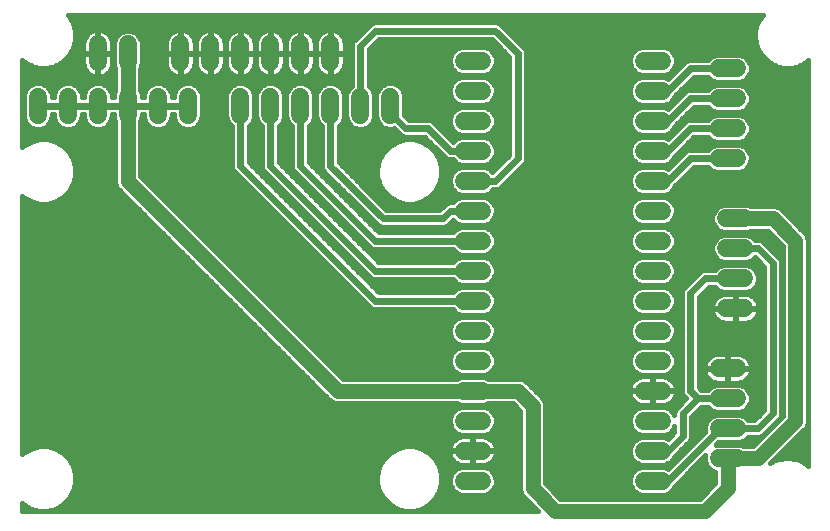
<source format=gbl>
G75*
%MOIN*%
%OFA0B0*%
%FSLAX25Y25*%
%IPPOS*%
%LPD*%
%AMOC8*
5,1,8,0,0,1.08239X$1,22.5*
%
%ADD10C,0.06000*%
%ADD11C,0.02400*%
%ADD12C,0.05000*%
%ADD13C,0.01600*%
D10*
X0161674Y0024674D02*
X0167674Y0024674D01*
X0167674Y0034674D02*
X0161674Y0034674D01*
X0161674Y0044674D02*
X0167674Y0044674D01*
X0167674Y0054674D02*
X0161674Y0054674D01*
X0161674Y0064674D02*
X0167674Y0064674D01*
X0167674Y0074674D02*
X0161674Y0074674D01*
X0161674Y0084674D02*
X0167674Y0084674D01*
X0167674Y0094674D02*
X0161674Y0094674D01*
X0161674Y0104674D02*
X0167674Y0104674D01*
X0167674Y0114674D02*
X0161674Y0114674D01*
X0161674Y0124674D02*
X0167674Y0124674D01*
X0167674Y0134674D02*
X0161674Y0134674D01*
X0161674Y0144674D02*
X0167674Y0144674D01*
X0167674Y0154674D02*
X0161674Y0154674D01*
X0161674Y0164674D02*
X0167674Y0164674D01*
X0137174Y0152674D02*
X0137174Y0146674D01*
X0127174Y0146674D02*
X0127174Y0152674D01*
X0117174Y0152674D02*
X0117174Y0146674D01*
X0107174Y0146674D02*
X0107174Y0152674D01*
X0097174Y0152674D02*
X0097174Y0146674D01*
X0087174Y0146674D02*
X0087174Y0152674D01*
X0069674Y0152674D02*
X0069674Y0146674D01*
X0059674Y0146674D02*
X0059674Y0152674D01*
X0049674Y0152674D02*
X0049674Y0146674D01*
X0039674Y0146674D02*
X0039674Y0152674D01*
X0029674Y0152674D02*
X0029674Y0146674D01*
X0019674Y0146674D02*
X0019674Y0152674D01*
X0039674Y0164174D02*
X0039674Y0170174D01*
X0049674Y0170174D02*
X0049674Y0164174D01*
X0067174Y0164174D02*
X0067174Y0170174D01*
X0077174Y0170174D02*
X0077174Y0164174D01*
X0087174Y0164174D02*
X0087174Y0170174D01*
X0097174Y0170174D02*
X0097174Y0164174D01*
X0107174Y0164174D02*
X0107174Y0170174D01*
X0117174Y0170174D02*
X0117174Y0164174D01*
X0221674Y0164674D02*
X0227674Y0164674D01*
X0227674Y0154674D02*
X0221674Y0154674D01*
X0221674Y0144674D02*
X0227674Y0144674D01*
X0227674Y0134674D02*
X0221674Y0134674D01*
X0221674Y0124674D02*
X0227674Y0124674D01*
X0227674Y0114674D02*
X0221674Y0114674D01*
X0221674Y0104674D02*
X0227674Y0104674D01*
X0227674Y0094674D02*
X0221674Y0094674D01*
X0221674Y0084674D02*
X0227674Y0084674D01*
X0227674Y0074674D02*
X0221674Y0074674D01*
X0221674Y0064674D02*
X0227674Y0064674D01*
X0227674Y0054674D02*
X0221674Y0054674D01*
X0221674Y0044674D02*
X0227674Y0044674D01*
X0227674Y0034674D02*
X0221674Y0034674D01*
X0221674Y0024674D02*
X0227674Y0024674D01*
X0246674Y0032174D02*
X0252674Y0032174D01*
X0252674Y0042174D02*
X0246674Y0042174D01*
X0246674Y0052174D02*
X0252674Y0052174D01*
X0252674Y0062174D02*
X0246674Y0062174D01*
X0249174Y0082174D02*
X0255174Y0082174D01*
X0255174Y0092174D02*
X0249174Y0092174D01*
X0249174Y0102174D02*
X0255174Y0102174D01*
X0255174Y0112174D02*
X0249174Y0112174D01*
X0246674Y0132174D02*
X0252674Y0132174D01*
X0252674Y0142174D02*
X0246674Y0142174D01*
X0246674Y0152174D02*
X0252674Y0152174D01*
X0252674Y0162174D02*
X0246674Y0162174D01*
D11*
X0249674Y0162174D02*
X0237174Y0162174D01*
X0229674Y0154674D01*
X0224674Y0154674D01*
X0229674Y0144674D02*
X0237174Y0152174D01*
X0249674Y0152174D01*
X0249674Y0142174D02*
X0237174Y0142174D01*
X0229674Y0134674D01*
X0224674Y0134674D01*
X0229674Y0124674D02*
X0237174Y0132174D01*
X0249674Y0132174D01*
X0229674Y0124674D02*
X0224674Y0124674D01*
X0224674Y0144674D02*
X0229674Y0144674D01*
X0179674Y0132174D02*
X0179674Y0167174D01*
X0172174Y0174674D01*
X0132174Y0174674D01*
X0127174Y0169674D01*
X0127174Y0149674D01*
X0137174Y0149674D02*
X0137174Y0147174D01*
X0142174Y0142174D01*
X0149674Y0142174D01*
X0157174Y0134674D01*
X0164674Y0134674D01*
X0164674Y0124674D02*
X0172174Y0124674D01*
X0179674Y0132174D01*
X0164674Y0114674D02*
X0157174Y0114674D01*
X0154674Y0112174D01*
X0134674Y0112174D01*
X0117174Y0129674D01*
X0117174Y0149674D01*
X0107174Y0149674D02*
X0107174Y0129674D01*
X0132174Y0104674D01*
X0164674Y0104674D01*
X0164674Y0094674D02*
X0132174Y0094674D01*
X0097174Y0129674D01*
X0097174Y0149674D01*
X0087174Y0149674D02*
X0087174Y0129674D01*
X0132174Y0084674D01*
X0164674Y0084674D01*
X0234674Y0047174D02*
X0234674Y0039674D01*
X0229674Y0034674D01*
X0224674Y0034674D01*
X0224674Y0024674D02*
X0229674Y0024674D01*
X0247174Y0042174D01*
X0249674Y0042174D01*
X0259674Y0042174D01*
X0264674Y0047174D01*
X0264674Y0097174D01*
X0259674Y0102174D01*
X0252174Y0102174D01*
X0252174Y0092174D02*
X0242174Y0092174D01*
X0237174Y0087174D01*
X0237174Y0054674D01*
X0239674Y0052174D01*
X0249674Y0052174D01*
X0239674Y0052174D02*
X0234674Y0047174D01*
X0249674Y0042174D02*
X0254674Y0042174D01*
X0069674Y0149674D02*
X0059674Y0149674D01*
X0049674Y0149674D01*
X0039674Y0149674D01*
X0029674Y0149674D01*
X0019674Y0149674D01*
D12*
X0049674Y0149674D02*
X0049674Y0124674D01*
X0119674Y0054674D01*
X0164674Y0054674D01*
X0179674Y0054674D01*
X0184674Y0049674D01*
X0184674Y0022174D01*
X0192174Y0014674D01*
X0242174Y0014674D01*
X0249674Y0022174D01*
X0249674Y0032174D01*
X0259674Y0032174D01*
X0272174Y0044674D01*
X0272174Y0104674D01*
X0264674Y0112174D01*
X0252174Y0112174D01*
X0049674Y0149674D02*
X0049674Y0167174D01*
D13*
X0014474Y0017293D02*
X0014474Y0014474D01*
X0186576Y0014474D01*
X0181198Y0019852D01*
X0180574Y0021358D01*
X0180574Y0047976D01*
X0177976Y0050574D01*
X0169796Y0050574D01*
X0168589Y0050074D01*
X0160759Y0050074D01*
X0159552Y0050574D01*
X0118858Y0050574D01*
X0117352Y0051198D01*
X0116198Y0052352D01*
X0046198Y0122352D01*
X0045574Y0123858D01*
X0045574Y0144552D01*
X0045074Y0145759D01*
X0045074Y0146874D01*
X0044274Y0146874D01*
X0044274Y0145759D01*
X0043574Y0144068D01*
X0042280Y0142774D01*
X0040589Y0142074D01*
X0038759Y0142074D01*
X0037068Y0142774D01*
X0035774Y0144068D01*
X0035074Y0145759D01*
X0035074Y0146874D01*
X0034274Y0146874D01*
X0034274Y0145759D01*
X0033574Y0144068D01*
X0032280Y0142774D01*
X0030589Y0142074D01*
X0028759Y0142074D01*
X0027068Y0142774D01*
X0025774Y0144068D01*
X0025074Y0145759D01*
X0025074Y0146874D01*
X0024274Y0146874D01*
X0024274Y0145759D01*
X0023574Y0144068D01*
X0022280Y0142774D01*
X0020589Y0142074D01*
X0018759Y0142074D01*
X0017068Y0142774D01*
X0015774Y0144068D01*
X0015074Y0145759D01*
X0015074Y0153589D01*
X0015774Y0155280D01*
X0017068Y0156574D01*
X0018759Y0157274D01*
X0020589Y0157274D01*
X0022280Y0156574D01*
X0023574Y0155280D01*
X0024274Y0153589D01*
X0024274Y0152474D01*
X0025074Y0152474D01*
X0025074Y0153589D01*
X0025774Y0155280D01*
X0027068Y0156574D01*
X0028759Y0157274D01*
X0030589Y0157274D01*
X0032280Y0156574D01*
X0033574Y0155280D01*
X0034274Y0153589D01*
X0034274Y0152474D01*
X0035074Y0152474D01*
X0035074Y0153589D01*
X0035774Y0155280D01*
X0037068Y0156574D01*
X0038759Y0157274D01*
X0040589Y0157274D01*
X0042280Y0156574D01*
X0043574Y0155280D01*
X0044274Y0153589D01*
X0044274Y0152474D01*
X0045074Y0152474D01*
X0045074Y0153589D01*
X0045574Y0154796D01*
X0045574Y0162052D01*
X0045074Y0163259D01*
X0045074Y0171089D01*
X0045774Y0172780D01*
X0047068Y0174074D01*
X0048759Y0174774D01*
X0050589Y0174774D01*
X0052280Y0174074D01*
X0053574Y0172780D01*
X0054274Y0171089D01*
X0054274Y0163259D01*
X0053774Y0162052D01*
X0053774Y0154796D01*
X0054274Y0153589D01*
X0054274Y0152474D01*
X0055074Y0152474D01*
X0055074Y0153589D01*
X0055774Y0155280D01*
X0057068Y0156574D01*
X0058759Y0157274D01*
X0060589Y0157274D01*
X0062280Y0156574D01*
X0063574Y0155280D01*
X0064274Y0153589D01*
X0064274Y0152474D01*
X0065074Y0152474D01*
X0065074Y0153589D01*
X0065774Y0155280D01*
X0067068Y0156574D01*
X0068759Y0157274D01*
X0070589Y0157274D01*
X0072280Y0156574D01*
X0073574Y0155280D01*
X0074274Y0153589D01*
X0074274Y0145759D01*
X0073574Y0144068D01*
X0072280Y0142774D01*
X0070589Y0142074D01*
X0068759Y0142074D01*
X0067068Y0142774D01*
X0065774Y0144068D01*
X0065074Y0145759D01*
X0065074Y0146874D01*
X0064274Y0146874D01*
X0064274Y0145759D01*
X0063574Y0144068D01*
X0062280Y0142774D01*
X0060589Y0142074D01*
X0058759Y0142074D01*
X0057068Y0142774D01*
X0055774Y0144068D01*
X0055074Y0145759D01*
X0055074Y0146874D01*
X0054274Y0146874D01*
X0054274Y0145759D01*
X0053774Y0144552D01*
X0053774Y0126372D01*
X0121372Y0058774D01*
X0159552Y0058774D01*
X0160759Y0059274D01*
X0168589Y0059274D01*
X0169796Y0058774D01*
X0180490Y0058774D01*
X0181996Y0058150D01*
X0186996Y0053150D01*
X0188150Y0051996D01*
X0188774Y0050490D01*
X0188774Y0023872D01*
X0193872Y0018774D01*
X0240476Y0018774D01*
X0245574Y0023872D01*
X0245574Y0027651D01*
X0244068Y0028274D01*
X0242774Y0029568D01*
X0242074Y0031259D01*
X0242074Y0033089D01*
X0242092Y0033132D01*
X0231959Y0023000D01*
X0231574Y0022068D01*
X0230280Y0020774D01*
X0228589Y0020074D01*
X0220759Y0020074D01*
X0219068Y0020774D01*
X0217774Y0022068D01*
X0217074Y0023759D01*
X0217074Y0025589D01*
X0217774Y0027280D01*
X0219068Y0028574D01*
X0220759Y0029274D01*
X0228589Y0029274D01*
X0229809Y0028769D01*
X0242140Y0041100D01*
X0242074Y0041259D01*
X0242074Y0043089D01*
X0242774Y0044780D01*
X0244068Y0046074D01*
X0245759Y0046774D01*
X0253589Y0046774D01*
X0255280Y0046074D01*
X0256379Y0044974D01*
X0258514Y0044974D01*
X0261874Y0048334D01*
X0261874Y0096014D01*
X0258697Y0099191D01*
X0257780Y0098274D01*
X0256089Y0097574D01*
X0248259Y0097574D01*
X0246568Y0098274D01*
X0245274Y0099568D01*
X0244574Y0101259D01*
X0244574Y0103089D01*
X0245274Y0104780D01*
X0246568Y0106074D01*
X0248259Y0106774D01*
X0256089Y0106774D01*
X0257780Y0106074D01*
X0258879Y0104974D01*
X0260231Y0104974D01*
X0261260Y0104548D01*
X0262048Y0103760D01*
X0267048Y0098760D01*
X0267474Y0097731D01*
X0267474Y0046617D01*
X0267048Y0045588D01*
X0266260Y0044800D01*
X0262048Y0040588D01*
X0261260Y0039800D01*
X0260231Y0039374D01*
X0256379Y0039374D01*
X0255280Y0038274D01*
X0253589Y0037574D01*
X0246534Y0037574D01*
X0245716Y0036756D01*
X0245759Y0036774D01*
X0253589Y0036774D01*
X0254796Y0036274D01*
X0257976Y0036274D01*
X0268074Y0046372D01*
X0268074Y0102976D01*
X0262976Y0108074D01*
X0257296Y0108074D01*
X0256089Y0107574D01*
X0248259Y0107574D01*
X0246568Y0108274D01*
X0245274Y0109568D01*
X0244574Y0111259D01*
X0244574Y0113089D01*
X0245274Y0114780D01*
X0246568Y0116074D01*
X0248259Y0116774D01*
X0256089Y0116774D01*
X0257296Y0116274D01*
X0265490Y0116274D01*
X0266996Y0115650D01*
X0268150Y0114496D01*
X0275650Y0106996D01*
X0276274Y0105490D01*
X0276274Y0043858D01*
X0275650Y0042352D01*
X0274496Y0041198D01*
X0274496Y0041198D01*
X0263905Y0030607D01*
X0265384Y0031461D01*
X0268107Y0032191D01*
X0270926Y0032191D01*
X0273649Y0031461D01*
X0276090Y0030052D01*
X0276528Y0029614D01*
X0276528Y0164931D01*
X0276090Y0164493D01*
X0273649Y0163084D01*
X0270926Y0162354D01*
X0268107Y0162354D01*
X0265384Y0163084D01*
X0262943Y0164493D01*
X0260950Y0166487D01*
X0259541Y0168928D01*
X0258811Y0171650D01*
X0258811Y0174469D01*
X0259541Y0177192D01*
X0260950Y0179633D01*
X0261388Y0180071D01*
X0029614Y0180071D01*
X0030052Y0179633D01*
X0031461Y0177192D01*
X0032191Y0174469D01*
X0032191Y0171650D01*
X0031461Y0168928D01*
X0030052Y0166487D01*
X0028058Y0164493D01*
X0025617Y0163084D01*
X0022894Y0162354D01*
X0020076Y0162354D01*
X0017353Y0163084D01*
X0014912Y0164493D01*
X0014474Y0164931D01*
X0014474Y0135913D01*
X0014912Y0136351D01*
X0017353Y0137760D01*
X0020076Y0138490D01*
X0022894Y0138490D01*
X0025617Y0137760D01*
X0028058Y0136351D01*
X0030052Y0134358D01*
X0031461Y0131916D01*
X0032191Y0129194D01*
X0032191Y0126375D01*
X0031461Y0123652D01*
X0030052Y0121211D01*
X0028058Y0119218D01*
X0025617Y0117808D01*
X0022894Y0117079D01*
X0020076Y0117079D01*
X0017353Y0117808D01*
X0014912Y0119218D01*
X0014474Y0119655D01*
X0014474Y0033551D01*
X0014912Y0033989D01*
X0017353Y0035398D01*
X0020076Y0036128D01*
X0022894Y0036128D01*
X0025617Y0035398D01*
X0028058Y0033989D01*
X0030052Y0031995D01*
X0031461Y0029554D01*
X0032191Y0026831D01*
X0032191Y0024013D01*
X0031461Y0021290D01*
X0030052Y0018849D01*
X0028058Y0016855D01*
X0025617Y0015446D01*
X0022894Y0014717D01*
X0020076Y0014717D01*
X0017353Y0015446D01*
X0014912Y0016855D01*
X0014474Y0017293D01*
X0014474Y0016068D02*
X0016276Y0016068D01*
X0026694Y0016068D02*
X0138323Y0016068D01*
X0139400Y0015446D02*
X0142123Y0014717D01*
X0144942Y0014717D01*
X0147664Y0015446D01*
X0150106Y0016855D01*
X0152099Y0018849D01*
X0153508Y0021290D01*
X0154238Y0024013D01*
X0154238Y0026831D01*
X0153508Y0029554D01*
X0152099Y0031995D01*
X0150106Y0033989D01*
X0147664Y0035398D01*
X0144942Y0036128D01*
X0142123Y0036128D01*
X0139400Y0035398D01*
X0136959Y0033989D01*
X0134966Y0031995D01*
X0133556Y0029554D01*
X0132827Y0026831D01*
X0132827Y0024013D01*
X0133556Y0021290D01*
X0134966Y0018849D01*
X0136959Y0016855D01*
X0139400Y0015446D01*
X0136148Y0017667D02*
X0028869Y0017667D01*
X0030292Y0019265D02*
X0134725Y0019265D01*
X0133802Y0020864D02*
X0031215Y0020864D01*
X0031775Y0022462D02*
X0133242Y0022462D01*
X0132827Y0024061D02*
X0032191Y0024061D01*
X0032191Y0025659D02*
X0132827Y0025659D01*
X0132941Y0027258D02*
X0032076Y0027258D01*
X0031648Y0028856D02*
X0133369Y0028856D01*
X0134076Y0030455D02*
X0030941Y0030455D01*
X0029994Y0032053D02*
X0135024Y0032053D01*
X0136622Y0033652D02*
X0028395Y0033652D01*
X0025873Y0035250D02*
X0139144Y0035250D01*
X0147920Y0035250D02*
X0156905Y0035250D01*
X0156874Y0035052D02*
X0156874Y0034874D01*
X0164474Y0034874D01*
X0164474Y0034474D01*
X0164874Y0034474D01*
X0164874Y0029874D01*
X0168052Y0029874D01*
X0168798Y0029992D01*
X0169517Y0030226D01*
X0170190Y0030569D01*
X0170801Y0031013D01*
X0171335Y0031547D01*
X0171779Y0032158D01*
X0172122Y0032831D01*
X0172356Y0033550D01*
X0172474Y0034296D01*
X0172474Y0034474D01*
X0164874Y0034474D01*
X0164874Y0034874D01*
X0164474Y0034874D01*
X0164474Y0039474D01*
X0161296Y0039474D01*
X0160550Y0039356D01*
X0159831Y0039122D01*
X0159158Y0038779D01*
X0158547Y0038335D01*
X0158013Y0037801D01*
X0157569Y0037190D01*
X0157226Y0036517D01*
X0156992Y0035798D01*
X0156874Y0035052D01*
X0156874Y0034474D02*
X0156874Y0034296D01*
X0156992Y0033550D01*
X0157226Y0032831D01*
X0157569Y0032158D01*
X0158013Y0031547D01*
X0158547Y0031013D01*
X0159158Y0030569D01*
X0159831Y0030226D01*
X0160550Y0029992D01*
X0161296Y0029874D01*
X0164474Y0029874D01*
X0164474Y0034474D01*
X0156874Y0034474D01*
X0156976Y0033652D02*
X0150443Y0033652D01*
X0152041Y0032053D02*
X0157645Y0032053D01*
X0159382Y0030455D02*
X0152988Y0030455D01*
X0153695Y0028856D02*
X0159750Y0028856D01*
X0159068Y0028574D02*
X0157774Y0027280D01*
X0157074Y0025589D01*
X0157074Y0023759D01*
X0157774Y0022068D01*
X0159068Y0020774D01*
X0160759Y0020074D01*
X0168589Y0020074D01*
X0170280Y0020774D01*
X0171574Y0022068D01*
X0172274Y0023759D01*
X0172274Y0025589D01*
X0171574Y0027280D01*
X0170280Y0028574D01*
X0168589Y0029274D01*
X0160759Y0029274D01*
X0159068Y0028574D01*
X0157765Y0027258D02*
X0154124Y0027258D01*
X0154238Y0025659D02*
X0157103Y0025659D01*
X0157074Y0024061D02*
X0154238Y0024061D01*
X0153822Y0022462D02*
X0157611Y0022462D01*
X0158979Y0020864D02*
X0153262Y0020864D01*
X0152339Y0019265D02*
X0181785Y0019265D01*
X0180779Y0020864D02*
X0170369Y0020864D01*
X0171737Y0022462D02*
X0180574Y0022462D01*
X0180574Y0024061D02*
X0172274Y0024061D01*
X0172245Y0025659D02*
X0180574Y0025659D01*
X0180574Y0027258D02*
X0171583Y0027258D01*
X0169598Y0028856D02*
X0180574Y0028856D01*
X0180574Y0030455D02*
X0169966Y0030455D01*
X0171703Y0032053D02*
X0180574Y0032053D01*
X0180574Y0033652D02*
X0172372Y0033652D01*
X0172474Y0034874D02*
X0172474Y0035052D01*
X0172356Y0035798D01*
X0172122Y0036517D01*
X0171779Y0037190D01*
X0171335Y0037801D01*
X0170801Y0038335D01*
X0170190Y0038779D01*
X0169517Y0039122D01*
X0168798Y0039356D01*
X0168052Y0039474D01*
X0164874Y0039474D01*
X0164874Y0034874D01*
X0172474Y0034874D01*
X0172443Y0035250D02*
X0180574Y0035250D01*
X0180574Y0036849D02*
X0171953Y0036849D01*
X0170647Y0038447D02*
X0180574Y0038447D01*
X0180574Y0040046D02*
X0014474Y0040046D01*
X0014474Y0041644D02*
X0158198Y0041644D01*
X0157774Y0042068D02*
X0157074Y0043759D01*
X0157074Y0045589D01*
X0157774Y0047280D01*
X0159068Y0048574D01*
X0160759Y0049274D01*
X0168589Y0049274D01*
X0170280Y0048574D01*
X0171574Y0047280D01*
X0172274Y0045589D01*
X0172274Y0043759D01*
X0171574Y0042068D01*
X0170280Y0040774D01*
X0168589Y0040074D01*
X0160759Y0040074D01*
X0159068Y0040774D01*
X0157774Y0042068D01*
X0157288Y0043243D02*
X0014474Y0043243D01*
X0014474Y0044841D02*
X0157074Y0044841D01*
X0157426Y0046440D02*
X0014474Y0046440D01*
X0014474Y0048038D02*
X0158533Y0048038D01*
X0170815Y0048038D02*
X0180511Y0048038D01*
X0180574Y0046440D02*
X0171922Y0046440D01*
X0172274Y0044841D02*
X0180574Y0044841D01*
X0180574Y0043243D02*
X0172060Y0043243D01*
X0171150Y0041644D02*
X0180574Y0041644D01*
X0188774Y0041644D02*
X0218198Y0041644D01*
X0217774Y0042068D02*
X0217074Y0043759D01*
X0217074Y0045589D01*
X0217774Y0047280D01*
X0219068Y0048574D01*
X0220759Y0049274D01*
X0228589Y0049274D01*
X0230280Y0048574D01*
X0231574Y0047280D01*
X0231874Y0046555D01*
X0231874Y0047731D01*
X0232300Y0048760D01*
X0235714Y0052174D01*
X0235588Y0052300D01*
X0234800Y0053088D01*
X0234374Y0054117D01*
X0234374Y0087731D01*
X0234800Y0088760D01*
X0235588Y0089548D01*
X0235588Y0089548D01*
X0239800Y0093760D01*
X0239800Y0093760D01*
X0240588Y0094548D01*
X0241617Y0094974D01*
X0245469Y0094974D01*
X0246568Y0096074D01*
X0248259Y0096774D01*
X0256089Y0096774D01*
X0257780Y0096074D01*
X0259074Y0094780D01*
X0259774Y0093089D01*
X0259774Y0091259D01*
X0259074Y0089568D01*
X0257780Y0088274D01*
X0256089Y0087574D01*
X0248259Y0087574D01*
X0246568Y0088274D01*
X0245469Y0089374D01*
X0243334Y0089374D01*
X0239974Y0086014D01*
X0239974Y0055834D01*
X0240834Y0054974D01*
X0242969Y0054974D01*
X0244068Y0056074D01*
X0245759Y0056774D01*
X0253589Y0056774D01*
X0255280Y0056074D01*
X0256574Y0054780D01*
X0257274Y0053089D01*
X0257274Y0051259D01*
X0256574Y0049568D01*
X0255280Y0048274D01*
X0253589Y0047574D01*
X0245759Y0047574D01*
X0244068Y0048274D01*
X0242969Y0049374D01*
X0240834Y0049374D01*
X0237474Y0046014D01*
X0237474Y0039117D01*
X0237048Y0038088D01*
X0236260Y0037300D01*
X0231959Y0033000D01*
X0231574Y0032068D01*
X0230280Y0030774D01*
X0228589Y0030074D01*
X0220759Y0030074D01*
X0219068Y0030774D01*
X0217774Y0032068D01*
X0217074Y0033759D01*
X0217074Y0035589D01*
X0217774Y0037280D01*
X0219068Y0038574D01*
X0220759Y0039274D01*
X0228589Y0039274D01*
X0229809Y0038769D01*
X0231874Y0040834D01*
X0231874Y0042793D01*
X0231574Y0042068D01*
X0230280Y0040774D01*
X0228589Y0040074D01*
X0220759Y0040074D01*
X0219068Y0040774D01*
X0217774Y0042068D01*
X0217288Y0043243D02*
X0188774Y0043243D01*
X0188774Y0044841D02*
X0217074Y0044841D01*
X0217426Y0046440D02*
X0188774Y0046440D01*
X0188774Y0048038D02*
X0218533Y0048038D01*
X0219831Y0050226D02*
X0220550Y0049992D01*
X0221296Y0049874D01*
X0224474Y0049874D01*
X0224474Y0054474D01*
X0224874Y0054474D01*
X0224874Y0049874D01*
X0228052Y0049874D01*
X0228798Y0049992D01*
X0229517Y0050226D01*
X0230190Y0050569D01*
X0230801Y0051013D01*
X0231335Y0051547D01*
X0231779Y0052158D01*
X0232122Y0052831D01*
X0232356Y0053550D01*
X0232474Y0054296D01*
X0232474Y0054474D01*
X0224874Y0054474D01*
X0224874Y0054874D01*
X0224474Y0054874D01*
X0224474Y0054474D01*
X0216874Y0054474D01*
X0216874Y0054296D01*
X0216992Y0053550D01*
X0217226Y0052831D01*
X0217569Y0052158D01*
X0218013Y0051547D01*
X0218547Y0051013D01*
X0219158Y0050569D01*
X0219831Y0050226D01*
X0218324Y0051235D02*
X0188465Y0051235D01*
X0188774Y0049637D02*
X0233177Y0049637D01*
X0232001Y0048038D02*
X0230815Y0048038D01*
X0231024Y0051235D02*
X0234776Y0051235D01*
X0235054Y0052834D02*
X0232123Y0052834D01*
X0232474Y0054432D02*
X0234374Y0054432D01*
X0234374Y0056031D02*
X0232280Y0056031D01*
X0232356Y0055798D02*
X0232122Y0056517D01*
X0231779Y0057190D01*
X0231335Y0057801D01*
X0230801Y0058335D01*
X0230190Y0058779D01*
X0229517Y0059122D01*
X0228798Y0059356D01*
X0228052Y0059474D01*
X0224874Y0059474D01*
X0224874Y0054874D01*
X0232474Y0054874D01*
X0232474Y0055052D01*
X0232356Y0055798D01*
X0231460Y0057629D02*
X0234374Y0057629D01*
X0234374Y0059228D02*
X0229192Y0059228D01*
X0228589Y0060074D02*
X0230280Y0060774D01*
X0231574Y0062068D01*
X0232274Y0063759D01*
X0232274Y0065589D01*
X0231574Y0067280D01*
X0230280Y0068574D01*
X0228589Y0069274D01*
X0220759Y0069274D01*
X0219068Y0068574D01*
X0217774Y0067280D01*
X0217074Y0065589D01*
X0217074Y0063759D01*
X0217774Y0062068D01*
X0219068Y0060774D01*
X0220759Y0060074D01*
X0228589Y0060074D01*
X0230332Y0060826D02*
X0234374Y0060826D01*
X0234374Y0062425D02*
X0231721Y0062425D01*
X0232274Y0064023D02*
X0234374Y0064023D01*
X0234374Y0065622D02*
X0232260Y0065622D01*
X0231598Y0067220D02*
X0234374Y0067220D01*
X0234374Y0068819D02*
X0229688Y0068819D01*
X0229418Y0070417D02*
X0234374Y0070417D01*
X0234374Y0072016D02*
X0231521Y0072016D01*
X0231574Y0072068D02*
X0232274Y0073759D01*
X0232274Y0075589D01*
X0231574Y0077280D01*
X0230280Y0078574D01*
X0228589Y0079274D01*
X0220759Y0079274D01*
X0219068Y0078574D01*
X0217774Y0077280D01*
X0217074Y0075589D01*
X0217074Y0073759D01*
X0217774Y0072068D01*
X0219068Y0070774D01*
X0220759Y0070074D01*
X0228589Y0070074D01*
X0230280Y0070774D01*
X0231574Y0072068D01*
X0232214Y0073614D02*
X0234374Y0073614D01*
X0234374Y0075213D02*
X0232274Y0075213D01*
X0231768Y0076811D02*
X0234374Y0076811D01*
X0234374Y0078410D02*
X0230443Y0078410D01*
X0230280Y0080774D02*
X0228589Y0080074D01*
X0220759Y0080074D01*
X0219068Y0080774D01*
X0217774Y0082068D01*
X0217074Y0083759D01*
X0217074Y0085589D01*
X0217774Y0087280D01*
X0219068Y0088574D01*
X0220759Y0089274D01*
X0228589Y0089274D01*
X0230280Y0088574D01*
X0231574Y0087280D01*
X0232274Y0085589D01*
X0232274Y0083759D01*
X0231574Y0082068D01*
X0230280Y0080774D01*
X0231112Y0081607D02*
X0234374Y0081607D01*
X0234374Y0080009D02*
X0100138Y0080009D01*
X0098539Y0081607D02*
X0158236Y0081607D01*
X0157969Y0081874D02*
X0159068Y0080774D01*
X0160759Y0080074D01*
X0168589Y0080074D01*
X0170280Y0080774D01*
X0171574Y0082068D01*
X0172274Y0083759D01*
X0172274Y0085589D01*
X0171574Y0087280D01*
X0170280Y0088574D01*
X0168589Y0089274D01*
X0160759Y0089274D01*
X0159068Y0088574D01*
X0157969Y0087474D01*
X0133334Y0087474D01*
X0089974Y0130834D01*
X0089974Y0142969D01*
X0091074Y0144068D01*
X0091774Y0145759D01*
X0091774Y0153589D01*
X0091074Y0155280D01*
X0089780Y0156574D01*
X0088089Y0157274D01*
X0086259Y0157274D01*
X0084568Y0156574D01*
X0083274Y0155280D01*
X0082574Y0153589D01*
X0082574Y0145759D01*
X0083274Y0144068D01*
X0084374Y0142969D01*
X0084374Y0129117D01*
X0084800Y0128088D01*
X0085588Y0127300D01*
X0130588Y0082300D01*
X0131617Y0081874D01*
X0157969Y0081874D01*
X0159068Y0078574D02*
X0160759Y0079274D01*
X0168589Y0079274D01*
X0170280Y0078574D01*
X0171574Y0077280D01*
X0172274Y0075589D01*
X0172274Y0073759D01*
X0171574Y0072068D01*
X0170280Y0070774D01*
X0168589Y0070074D01*
X0160759Y0070074D01*
X0159068Y0070774D01*
X0157774Y0072068D01*
X0157074Y0073759D01*
X0157074Y0075589D01*
X0157774Y0077280D01*
X0159068Y0078574D01*
X0158905Y0078410D02*
X0101736Y0078410D01*
X0103335Y0076811D02*
X0157580Y0076811D01*
X0157074Y0075213D02*
X0104933Y0075213D01*
X0106532Y0073614D02*
X0157134Y0073614D01*
X0157827Y0072016D02*
X0108130Y0072016D01*
X0109729Y0070417D02*
X0159930Y0070417D01*
X0160759Y0069274D02*
X0159068Y0068574D01*
X0157774Y0067280D01*
X0157074Y0065589D01*
X0157074Y0063759D01*
X0157774Y0062068D01*
X0159068Y0060774D01*
X0160759Y0060074D01*
X0168589Y0060074D01*
X0170280Y0060774D01*
X0171574Y0062068D01*
X0172274Y0063759D01*
X0172274Y0065589D01*
X0171574Y0067280D01*
X0170280Y0068574D01*
X0168589Y0069274D01*
X0160759Y0069274D01*
X0159660Y0068819D02*
X0111327Y0068819D01*
X0112926Y0067220D02*
X0157750Y0067220D01*
X0157088Y0065622D02*
X0114524Y0065622D01*
X0116123Y0064023D02*
X0157074Y0064023D01*
X0157627Y0062425D02*
X0117721Y0062425D01*
X0119320Y0060826D02*
X0159016Y0060826D01*
X0160648Y0059228D02*
X0120918Y0059228D01*
X0115716Y0052834D02*
X0014474Y0052834D01*
X0014474Y0054432D02*
X0114117Y0054432D01*
X0112519Y0056031D02*
X0014474Y0056031D01*
X0014474Y0057629D02*
X0110920Y0057629D01*
X0109322Y0059228D02*
X0014474Y0059228D01*
X0014474Y0060826D02*
X0107723Y0060826D01*
X0106125Y0062425D02*
X0014474Y0062425D01*
X0014474Y0064023D02*
X0104526Y0064023D01*
X0102928Y0065622D02*
X0014474Y0065622D01*
X0014474Y0067220D02*
X0101329Y0067220D01*
X0099731Y0068819D02*
X0014474Y0068819D01*
X0014474Y0070417D02*
X0098132Y0070417D01*
X0096534Y0072016D02*
X0014474Y0072016D01*
X0014474Y0073614D02*
X0094935Y0073614D01*
X0093337Y0075213D02*
X0014474Y0075213D01*
X0014474Y0076811D02*
X0091738Y0076811D01*
X0090140Y0078410D02*
X0014474Y0078410D01*
X0014474Y0080009D02*
X0088541Y0080009D01*
X0086943Y0081607D02*
X0014474Y0081607D01*
X0014474Y0083206D02*
X0085344Y0083206D01*
X0083746Y0084804D02*
X0014474Y0084804D01*
X0014474Y0086403D02*
X0082147Y0086403D01*
X0080549Y0088001D02*
X0014474Y0088001D01*
X0014474Y0089600D02*
X0078950Y0089600D01*
X0077352Y0091198D02*
X0014474Y0091198D01*
X0014474Y0092797D02*
X0075753Y0092797D01*
X0074155Y0094395D02*
X0014474Y0094395D01*
X0014474Y0095994D02*
X0072556Y0095994D01*
X0070958Y0097592D02*
X0014474Y0097592D01*
X0014474Y0099191D02*
X0069359Y0099191D01*
X0067761Y0100789D02*
X0014474Y0100789D01*
X0014474Y0102388D02*
X0066162Y0102388D01*
X0064564Y0103986D02*
X0014474Y0103986D01*
X0014474Y0105585D02*
X0062965Y0105585D01*
X0061367Y0107183D02*
X0014474Y0107183D01*
X0014474Y0108782D02*
X0059768Y0108782D01*
X0058170Y0110380D02*
X0014474Y0110380D01*
X0014474Y0111979D02*
X0056571Y0111979D01*
X0054973Y0113577D02*
X0014474Y0113577D01*
X0014474Y0115176D02*
X0053374Y0115176D01*
X0051775Y0116774D02*
X0014474Y0116774D01*
X0014474Y0118373D02*
X0016375Y0118373D01*
X0026595Y0118373D02*
X0050177Y0118373D01*
X0048578Y0119971D02*
X0028812Y0119971D01*
X0030259Y0121570D02*
X0046980Y0121570D01*
X0045860Y0123168D02*
X0031182Y0123168D01*
X0031760Y0124767D02*
X0045574Y0124767D01*
X0045574Y0126365D02*
X0032188Y0126365D01*
X0032191Y0127964D02*
X0045574Y0127964D01*
X0045574Y0129562D02*
X0032092Y0129562D01*
X0031663Y0131161D02*
X0045574Y0131161D01*
X0045574Y0132759D02*
X0030974Y0132759D01*
X0030051Y0134358D02*
X0045574Y0134358D01*
X0045574Y0135956D02*
X0028453Y0135956D01*
X0025973Y0137555D02*
X0045574Y0137555D01*
X0045574Y0139153D02*
X0014474Y0139153D01*
X0014474Y0137555D02*
X0016997Y0137555D01*
X0014517Y0135956D02*
X0014474Y0135956D01*
X0014474Y0140752D02*
X0045574Y0140752D01*
X0045574Y0142350D02*
X0041256Y0142350D01*
X0043454Y0143949D02*
X0045574Y0143949D01*
X0045162Y0145547D02*
X0044186Y0145547D01*
X0038092Y0142350D02*
X0031256Y0142350D01*
X0033454Y0143949D02*
X0035894Y0143949D01*
X0035162Y0145547D02*
X0034186Y0145547D01*
X0028092Y0142350D02*
X0021256Y0142350D01*
X0023454Y0143949D02*
X0025894Y0143949D01*
X0025162Y0145547D02*
X0024186Y0145547D01*
X0018092Y0142350D02*
X0014474Y0142350D01*
X0014474Y0143949D02*
X0015894Y0143949D01*
X0015162Y0145547D02*
X0014474Y0145547D01*
X0014474Y0147146D02*
X0015074Y0147146D01*
X0015074Y0148745D02*
X0014474Y0148745D01*
X0014474Y0150343D02*
X0015074Y0150343D01*
X0015074Y0151942D02*
X0014474Y0151942D01*
X0014474Y0153540D02*
X0015074Y0153540D01*
X0014474Y0155139D02*
X0015716Y0155139D01*
X0014474Y0156737D02*
X0017463Y0156737D01*
X0014474Y0158336D02*
X0045574Y0158336D01*
X0045574Y0159934D02*
X0041926Y0159934D01*
X0042190Y0160069D02*
X0042801Y0160513D01*
X0043335Y0161047D01*
X0043779Y0161658D01*
X0044122Y0162331D01*
X0044356Y0163050D01*
X0044474Y0163796D01*
X0044474Y0166974D01*
X0039874Y0166974D01*
X0039874Y0159374D01*
X0040052Y0159374D01*
X0040798Y0159492D01*
X0041517Y0159726D01*
X0042190Y0160069D01*
X0043688Y0161533D02*
X0045574Y0161533D01*
X0045127Y0163131D02*
X0044369Y0163131D01*
X0044474Y0164730D02*
X0045074Y0164730D01*
X0045074Y0166328D02*
X0044474Y0166328D01*
X0044474Y0167374D02*
X0044474Y0170552D01*
X0044356Y0171298D01*
X0044122Y0172017D01*
X0043779Y0172690D01*
X0043335Y0173301D01*
X0042801Y0173835D01*
X0042190Y0174279D01*
X0041517Y0174622D01*
X0040798Y0174856D01*
X0040052Y0174974D01*
X0039874Y0174974D01*
X0039874Y0167374D01*
X0044474Y0167374D01*
X0044474Y0167927D02*
X0045074Y0167927D01*
X0045074Y0169525D02*
X0044474Y0169525D01*
X0044383Y0171124D02*
X0045088Y0171124D01*
X0045751Y0172722D02*
X0043756Y0172722D01*
X0042109Y0174321D02*
X0047665Y0174321D01*
X0051683Y0174321D02*
X0064739Y0174321D01*
X0064658Y0174279D02*
X0064047Y0173835D01*
X0063513Y0173301D01*
X0063069Y0172690D01*
X0062726Y0172017D01*
X0062492Y0171298D01*
X0062374Y0170552D01*
X0062374Y0167374D01*
X0066974Y0167374D01*
X0066974Y0166974D01*
X0067374Y0166974D01*
X0067374Y0159374D01*
X0067552Y0159374D01*
X0068298Y0159492D01*
X0069017Y0159726D01*
X0069690Y0160069D01*
X0070301Y0160513D01*
X0070835Y0161047D01*
X0071279Y0161658D01*
X0071622Y0162331D01*
X0071856Y0163050D01*
X0071974Y0163796D01*
X0071974Y0166974D01*
X0067374Y0166974D01*
X0067374Y0167374D01*
X0071974Y0167374D01*
X0071974Y0170552D01*
X0071856Y0171298D01*
X0071622Y0172017D01*
X0071279Y0172690D01*
X0070835Y0173301D01*
X0070301Y0173835D01*
X0069690Y0174279D01*
X0069017Y0174622D01*
X0068298Y0174856D01*
X0067552Y0174974D01*
X0067374Y0174974D01*
X0067374Y0167374D01*
X0066974Y0167374D01*
X0066974Y0174974D01*
X0066796Y0174974D01*
X0066050Y0174856D01*
X0065331Y0174622D01*
X0064658Y0174279D01*
X0063092Y0172722D02*
X0053598Y0172722D01*
X0054260Y0171124D02*
X0062465Y0171124D01*
X0062374Y0169525D02*
X0054274Y0169525D01*
X0054274Y0167927D02*
X0062374Y0167927D01*
X0062374Y0166974D02*
X0062374Y0163796D01*
X0062492Y0163050D01*
X0062726Y0162331D01*
X0063069Y0161658D01*
X0063513Y0161047D01*
X0064047Y0160513D01*
X0064658Y0160069D01*
X0065331Y0159726D01*
X0066050Y0159492D01*
X0066796Y0159374D01*
X0066974Y0159374D01*
X0066974Y0166974D01*
X0062374Y0166974D01*
X0062374Y0166328D02*
X0054274Y0166328D01*
X0054274Y0164730D02*
X0062374Y0164730D01*
X0062479Y0163131D02*
X0054221Y0163131D01*
X0053774Y0161533D02*
X0063160Y0161533D01*
X0064922Y0159934D02*
X0053774Y0159934D01*
X0053774Y0158336D02*
X0124374Y0158336D01*
X0124374Y0159934D02*
X0119426Y0159934D01*
X0119690Y0160069D02*
X0120301Y0160513D01*
X0120835Y0161047D01*
X0121279Y0161658D01*
X0121622Y0162331D01*
X0121856Y0163050D01*
X0121974Y0163796D01*
X0121974Y0166974D01*
X0117374Y0166974D01*
X0117374Y0159374D01*
X0117552Y0159374D01*
X0118298Y0159492D01*
X0119017Y0159726D01*
X0119690Y0160069D01*
X0121188Y0161533D02*
X0124374Y0161533D01*
X0124374Y0163131D02*
X0121869Y0163131D01*
X0121974Y0164730D02*
X0124374Y0164730D01*
X0124374Y0166328D02*
X0121974Y0166328D01*
X0121974Y0167374D02*
X0121974Y0170552D01*
X0121856Y0171298D01*
X0121622Y0172017D01*
X0121279Y0172690D01*
X0120835Y0173301D01*
X0120301Y0173835D01*
X0119690Y0174279D01*
X0119017Y0174622D01*
X0118298Y0174856D01*
X0117552Y0174974D01*
X0117374Y0174974D01*
X0117374Y0167374D01*
X0121974Y0167374D01*
X0121974Y0167927D02*
X0124374Y0167927D01*
X0124374Y0169525D02*
X0121974Y0169525D01*
X0121883Y0171124D02*
X0124744Y0171124D01*
X0124800Y0171260D02*
X0124374Y0170231D01*
X0124374Y0156379D01*
X0123274Y0155280D01*
X0122574Y0153589D01*
X0122574Y0145759D01*
X0123274Y0144068D01*
X0124568Y0142774D01*
X0126259Y0142074D01*
X0128089Y0142074D01*
X0129780Y0142774D01*
X0131074Y0144068D01*
X0131774Y0145759D01*
X0131774Y0153589D01*
X0131074Y0155280D01*
X0129974Y0156379D01*
X0129974Y0168514D01*
X0133334Y0171874D01*
X0171014Y0171874D01*
X0176874Y0166014D01*
X0176874Y0133334D01*
X0171197Y0127657D01*
X0170280Y0128574D01*
X0168589Y0129274D01*
X0160759Y0129274D01*
X0159068Y0128574D01*
X0157774Y0127280D01*
X0157074Y0125589D01*
X0157074Y0123759D01*
X0157774Y0122068D01*
X0159068Y0120774D01*
X0160759Y0120074D01*
X0168589Y0120074D01*
X0170280Y0120774D01*
X0171379Y0121874D01*
X0172731Y0121874D01*
X0173760Y0122300D01*
X0181260Y0129800D01*
X0182048Y0130588D01*
X0182474Y0131617D01*
X0182474Y0167731D01*
X0182048Y0168760D01*
X0174548Y0176260D01*
X0173760Y0177048D01*
X0172731Y0177474D01*
X0131617Y0177474D01*
X0130588Y0177048D01*
X0125588Y0172048D01*
X0124800Y0171260D01*
X0126262Y0172722D02*
X0121256Y0172722D01*
X0119609Y0174321D02*
X0127861Y0174321D01*
X0129459Y0175919D02*
X0031802Y0175919D01*
X0032191Y0174321D02*
X0037239Y0174321D01*
X0037158Y0174279D02*
X0036547Y0173835D01*
X0036013Y0173301D01*
X0035569Y0172690D01*
X0035226Y0172017D01*
X0034992Y0171298D01*
X0034874Y0170552D01*
X0034874Y0167374D01*
X0039474Y0167374D01*
X0039474Y0166974D01*
X0039874Y0166974D01*
X0039874Y0167374D01*
X0039474Y0167374D01*
X0039474Y0174974D01*
X0039296Y0174974D01*
X0038550Y0174856D01*
X0037831Y0174622D01*
X0037158Y0174279D01*
X0035592Y0172722D02*
X0032191Y0172722D01*
X0032049Y0171124D02*
X0034965Y0171124D01*
X0034874Y0169525D02*
X0031621Y0169525D01*
X0030883Y0167927D02*
X0034874Y0167927D01*
X0034874Y0166974D02*
X0034874Y0163796D01*
X0034992Y0163050D01*
X0035226Y0162331D01*
X0035569Y0161658D01*
X0036013Y0161047D01*
X0036547Y0160513D01*
X0037158Y0160069D01*
X0037831Y0159726D01*
X0038550Y0159492D01*
X0039296Y0159374D01*
X0039474Y0159374D01*
X0039474Y0166974D01*
X0034874Y0166974D01*
X0034874Y0166328D02*
X0029893Y0166328D01*
X0028295Y0164730D02*
X0034874Y0164730D01*
X0034979Y0163131D02*
X0025699Y0163131D01*
X0017271Y0163131D02*
X0014474Y0163131D01*
X0014474Y0161533D02*
X0035660Y0161533D01*
X0037422Y0159934D02*
X0014474Y0159934D01*
X0021885Y0156737D02*
X0027463Y0156737D01*
X0025716Y0155139D02*
X0023632Y0155139D01*
X0024274Y0153540D02*
X0025074Y0153540D01*
X0031885Y0156737D02*
X0037463Y0156737D01*
X0035716Y0155139D02*
X0033632Y0155139D01*
X0034274Y0153540D02*
X0035074Y0153540D01*
X0041885Y0156737D02*
X0045574Y0156737D01*
X0045574Y0155139D02*
X0043632Y0155139D01*
X0044274Y0153540D02*
X0045074Y0153540D01*
X0039874Y0159934D02*
X0039474Y0159934D01*
X0039474Y0161533D02*
X0039874Y0161533D01*
X0039874Y0163131D02*
X0039474Y0163131D01*
X0039474Y0164730D02*
X0039874Y0164730D01*
X0039874Y0166328D02*
X0039474Y0166328D01*
X0039474Y0167927D02*
X0039874Y0167927D01*
X0039874Y0169525D02*
X0039474Y0169525D01*
X0039474Y0171124D02*
X0039874Y0171124D01*
X0039874Y0172722D02*
X0039474Y0172722D01*
X0039474Y0174321D02*
X0039874Y0174321D01*
X0031273Y0177518D02*
X0259729Y0177518D01*
X0259200Y0175919D02*
X0174889Y0175919D01*
X0176487Y0174321D02*
X0258811Y0174321D01*
X0258811Y0172722D02*
X0178086Y0172722D01*
X0179684Y0171124D02*
X0258952Y0171124D01*
X0259380Y0169525D02*
X0181283Y0169525D01*
X0182393Y0167927D02*
X0218421Y0167927D01*
X0219068Y0168574D02*
X0217774Y0167280D01*
X0217074Y0165589D01*
X0217074Y0163759D01*
X0217774Y0162068D01*
X0219068Y0160774D01*
X0220759Y0160074D01*
X0228589Y0160074D01*
X0230280Y0160774D01*
X0231574Y0162068D01*
X0232274Y0163759D01*
X0232274Y0165589D01*
X0231574Y0167280D01*
X0230280Y0168574D01*
X0228589Y0169274D01*
X0220759Y0169274D01*
X0219068Y0168574D01*
X0217380Y0166328D02*
X0182474Y0166328D01*
X0182474Y0164730D02*
X0217074Y0164730D01*
X0217334Y0163131D02*
X0182474Y0163131D01*
X0182474Y0161533D02*
X0218310Y0161533D01*
X0219068Y0158574D02*
X0217774Y0157280D01*
X0217074Y0155589D01*
X0217074Y0153759D01*
X0217774Y0152068D01*
X0219068Y0150774D01*
X0220759Y0150074D01*
X0228589Y0150074D01*
X0230280Y0150774D01*
X0231574Y0152068D01*
X0231959Y0153000D01*
X0238334Y0159374D01*
X0242969Y0159374D01*
X0244068Y0158274D01*
X0245759Y0157574D01*
X0253589Y0157574D01*
X0255280Y0158274D01*
X0256574Y0159568D01*
X0257274Y0161259D01*
X0257274Y0163089D01*
X0256574Y0164780D01*
X0255280Y0166074D01*
X0253589Y0166774D01*
X0245759Y0166774D01*
X0244068Y0166074D01*
X0242969Y0164974D01*
X0236617Y0164974D01*
X0235588Y0164548D01*
X0234800Y0163760D01*
X0229809Y0158769D01*
X0228589Y0159274D01*
X0220759Y0159274D01*
X0219068Y0158574D01*
X0218830Y0158336D02*
X0182474Y0158336D01*
X0182474Y0159934D02*
X0230974Y0159934D01*
X0231038Y0161533D02*
X0232573Y0161533D01*
X0232014Y0163131D02*
X0234171Y0163131D01*
X0236027Y0164730D02*
X0232274Y0164730D01*
X0231968Y0166328D02*
X0244683Y0166328D01*
X0254665Y0166328D02*
X0261108Y0166328D01*
X0260119Y0167927D02*
X0230927Y0167927D01*
X0237295Y0158336D02*
X0244007Y0158336D01*
X0244068Y0156074D02*
X0245759Y0156774D01*
X0253589Y0156774D01*
X0255280Y0156074D01*
X0256574Y0154780D01*
X0257274Y0153089D01*
X0257274Y0151259D01*
X0256574Y0149568D01*
X0255280Y0148274D01*
X0253589Y0147574D01*
X0245759Y0147574D01*
X0244068Y0148274D01*
X0242969Y0149374D01*
X0238334Y0149374D01*
X0231959Y0143000D01*
X0231574Y0142068D01*
X0230280Y0140774D01*
X0228589Y0140074D01*
X0220759Y0140074D01*
X0219068Y0140774D01*
X0217774Y0142068D01*
X0217074Y0143759D01*
X0217074Y0145589D01*
X0217774Y0147280D01*
X0219068Y0148574D01*
X0220759Y0149274D01*
X0228589Y0149274D01*
X0229809Y0148769D01*
X0234800Y0153760D01*
X0235588Y0154548D01*
X0236617Y0154974D01*
X0242969Y0154974D01*
X0244068Y0156074D01*
X0243133Y0155139D02*
X0234098Y0155139D01*
X0234580Y0153540D02*
X0232500Y0153540D01*
X0232982Y0151942D02*
X0231447Y0151942D01*
X0231383Y0150343D02*
X0229238Y0150343D01*
X0234507Y0145547D02*
X0243542Y0145547D01*
X0244068Y0146074D02*
X0242969Y0144974D01*
X0236617Y0144974D01*
X0235588Y0144548D01*
X0234800Y0143760D01*
X0229809Y0138769D01*
X0228589Y0139274D01*
X0220759Y0139274D01*
X0219068Y0138574D01*
X0217774Y0137280D01*
X0217074Y0135589D01*
X0217074Y0133759D01*
X0217774Y0132068D01*
X0219068Y0130774D01*
X0220759Y0130074D01*
X0228589Y0130074D01*
X0230280Y0130774D01*
X0231574Y0132068D01*
X0231959Y0133000D01*
X0238334Y0139374D01*
X0242969Y0139374D01*
X0244068Y0138274D01*
X0245759Y0137574D01*
X0253589Y0137574D01*
X0255280Y0138274D01*
X0256574Y0139568D01*
X0257274Y0141259D01*
X0257274Y0143089D01*
X0256574Y0144780D01*
X0255280Y0146074D01*
X0253589Y0146774D01*
X0245759Y0146774D01*
X0244068Y0146074D01*
X0243598Y0148745D02*
X0237704Y0148745D01*
X0236106Y0147146D02*
X0276528Y0147146D01*
X0276528Y0148745D02*
X0255750Y0148745D01*
X0256895Y0150343D02*
X0276528Y0150343D01*
X0276528Y0151942D02*
X0257274Y0151942D01*
X0257087Y0153540D02*
X0276528Y0153540D01*
X0276528Y0155139D02*
X0256215Y0155139D01*
X0253678Y0156737D02*
X0276528Y0156737D01*
X0276528Y0158336D02*
X0255341Y0158336D01*
X0256725Y0159934D02*
X0276528Y0159934D01*
X0276528Y0161533D02*
X0257274Y0161533D01*
X0257257Y0163131D02*
X0265303Y0163131D01*
X0262707Y0164730D02*
X0256594Y0164730D01*
X0245670Y0156737D02*
X0235697Y0156737D01*
X0220110Y0150343D02*
X0182474Y0150343D01*
X0182474Y0148745D02*
X0219481Y0148745D01*
X0217719Y0147146D02*
X0182474Y0147146D01*
X0182474Y0145547D02*
X0217074Y0145547D01*
X0217074Y0143949D02*
X0182474Y0143949D01*
X0182474Y0142350D02*
X0217657Y0142350D01*
X0219122Y0140752D02*
X0182474Y0140752D01*
X0182474Y0139153D02*
X0220468Y0139153D01*
X0218050Y0137555D02*
X0182474Y0137555D01*
X0182474Y0135956D02*
X0217226Y0135956D01*
X0217074Y0134358D02*
X0182474Y0134358D01*
X0182474Y0132759D02*
X0217488Y0132759D01*
X0218682Y0131161D02*
X0182285Y0131161D01*
X0181022Y0129562D02*
X0230603Y0129562D01*
X0229809Y0128769D02*
X0228589Y0129274D01*
X0220759Y0129274D01*
X0219068Y0128574D01*
X0217774Y0127280D01*
X0217074Y0125589D01*
X0217074Y0123759D01*
X0217774Y0122068D01*
X0219068Y0120774D01*
X0220759Y0120074D01*
X0228589Y0120074D01*
X0230280Y0120774D01*
X0231574Y0122068D01*
X0231959Y0123000D01*
X0238334Y0129374D01*
X0242969Y0129374D01*
X0244068Y0128274D01*
X0245759Y0127574D01*
X0253589Y0127574D01*
X0255280Y0128274D01*
X0256574Y0129568D01*
X0257274Y0131259D01*
X0257274Y0133089D01*
X0256574Y0134780D01*
X0255280Y0136074D01*
X0253589Y0136774D01*
X0245759Y0136774D01*
X0244068Y0136074D01*
X0242969Y0134974D01*
X0236617Y0134974D01*
X0235588Y0134548D01*
X0234800Y0133760D01*
X0229809Y0128769D01*
X0230666Y0131161D02*
X0232201Y0131161D01*
X0231860Y0132759D02*
X0233800Y0132759D01*
X0233318Y0134358D02*
X0235398Y0134358D01*
X0234916Y0135956D02*
X0243951Y0135956D01*
X0243189Y0139153D02*
X0238113Y0139153D01*
X0236515Y0137555D02*
X0276528Y0137555D01*
X0276528Y0139153D02*
X0256159Y0139153D01*
X0257064Y0140752D02*
X0276528Y0140752D01*
X0276528Y0142350D02*
X0257274Y0142350D01*
X0256918Y0143949D02*
X0276528Y0143949D01*
X0276528Y0145547D02*
X0255806Y0145547D01*
X0255397Y0135956D02*
X0276528Y0135956D01*
X0276528Y0134358D02*
X0256748Y0134358D01*
X0257274Y0132759D02*
X0276528Y0132759D01*
X0276528Y0131161D02*
X0257233Y0131161D01*
X0256568Y0129562D02*
X0276528Y0129562D01*
X0276528Y0127964D02*
X0254530Y0127964D01*
X0244818Y0127964D02*
X0236924Y0127964D01*
X0235325Y0126365D02*
X0276528Y0126365D01*
X0276528Y0124767D02*
X0233727Y0124767D01*
X0232128Y0123168D02*
X0276528Y0123168D01*
X0276528Y0121570D02*
X0231075Y0121570D01*
X0230280Y0118574D02*
X0228589Y0119274D01*
X0220759Y0119274D01*
X0219068Y0118574D01*
X0217774Y0117280D01*
X0217074Y0115589D01*
X0217074Y0113759D01*
X0217774Y0112068D01*
X0219068Y0110774D01*
X0220759Y0110074D01*
X0228589Y0110074D01*
X0230280Y0110774D01*
X0231574Y0112068D01*
X0232274Y0113759D01*
X0232274Y0115589D01*
X0231574Y0117280D01*
X0230280Y0118574D01*
X0230481Y0118373D02*
X0276528Y0118373D01*
X0276528Y0119971D02*
X0150859Y0119971D01*
X0150106Y0119218D02*
X0152099Y0121211D01*
X0153508Y0123652D01*
X0154238Y0126375D01*
X0154238Y0129194D01*
X0153508Y0131916D01*
X0152099Y0134358D01*
X0150106Y0136351D01*
X0147664Y0137760D01*
X0144942Y0138490D01*
X0142123Y0138490D01*
X0139400Y0137760D01*
X0136959Y0136351D01*
X0134966Y0134358D01*
X0119974Y0134358D01*
X0119974Y0135956D02*
X0136565Y0135956D01*
X0134966Y0134358D02*
X0133556Y0131916D01*
X0132827Y0129194D01*
X0132827Y0126375D01*
X0133556Y0123652D01*
X0134966Y0121211D01*
X0136959Y0119218D01*
X0139400Y0117808D01*
X0142123Y0117079D01*
X0144942Y0117079D01*
X0147664Y0117808D01*
X0150106Y0119218D01*
X0148642Y0118373D02*
X0158867Y0118373D01*
X0159068Y0118574D02*
X0157969Y0117474D01*
X0156617Y0117474D01*
X0155588Y0117048D01*
X0153514Y0114974D01*
X0135834Y0114974D01*
X0119974Y0130834D01*
X0119974Y0142969D01*
X0121074Y0144068D01*
X0121774Y0145759D01*
X0121774Y0153589D01*
X0121074Y0155280D01*
X0119780Y0156574D01*
X0118089Y0157274D01*
X0116259Y0157274D01*
X0114568Y0156574D01*
X0113274Y0155280D01*
X0112574Y0153589D01*
X0112574Y0145759D01*
X0113274Y0144068D01*
X0114374Y0142969D01*
X0114374Y0129117D01*
X0114800Y0128088D01*
X0132300Y0110588D01*
X0133088Y0109800D01*
X0134117Y0109374D01*
X0155231Y0109374D01*
X0156260Y0109800D01*
X0157048Y0110588D01*
X0158151Y0111691D01*
X0159068Y0110774D01*
X0160759Y0110074D01*
X0168589Y0110074D01*
X0170280Y0110774D01*
X0171574Y0112068D01*
X0172274Y0113759D01*
X0172274Y0115589D01*
X0171574Y0117280D01*
X0170280Y0118574D01*
X0168589Y0119274D01*
X0160759Y0119274D01*
X0159068Y0118574D01*
X0155314Y0116774D02*
X0134034Y0116774D01*
X0135632Y0115176D02*
X0153716Y0115176D01*
X0156840Y0110380D02*
X0160020Y0110380D01*
X0160759Y0109274D02*
X0159068Y0108574D01*
X0157969Y0107474D01*
X0133334Y0107474D01*
X0109974Y0130834D01*
X0109974Y0142969D01*
X0111074Y0144068D01*
X0111774Y0145759D01*
X0111774Y0153589D01*
X0111074Y0155280D01*
X0109780Y0156574D01*
X0108089Y0157274D01*
X0106259Y0157274D01*
X0104568Y0156574D01*
X0103274Y0155280D01*
X0102574Y0153589D01*
X0102574Y0145759D01*
X0103274Y0144068D01*
X0104374Y0142969D01*
X0104374Y0129117D01*
X0104800Y0128088D01*
X0105588Y0127300D01*
X0130588Y0102300D01*
X0131617Y0101874D01*
X0157969Y0101874D01*
X0159068Y0100774D01*
X0160759Y0100074D01*
X0168589Y0100074D01*
X0170280Y0100774D01*
X0171574Y0102068D01*
X0172274Y0103759D01*
X0172274Y0105589D01*
X0171574Y0107280D01*
X0170280Y0108574D01*
X0168589Y0109274D01*
X0160759Y0109274D01*
X0159571Y0108782D02*
X0132026Y0108782D01*
X0132508Y0110380D02*
X0130428Y0110380D01*
X0130909Y0111979D02*
X0128829Y0111979D01*
X0129311Y0113577D02*
X0127231Y0113577D01*
X0127712Y0115176D02*
X0125632Y0115176D01*
X0126114Y0116774D02*
X0124034Y0116774D01*
X0124515Y0118373D02*
X0122435Y0118373D01*
X0122917Y0119971D02*
X0120837Y0119971D01*
X0121318Y0121570D02*
X0119238Y0121570D01*
X0119720Y0123168D02*
X0117639Y0123168D01*
X0118121Y0124767D02*
X0116041Y0124767D01*
X0116523Y0126365D02*
X0114442Y0126365D01*
X0114924Y0127964D02*
X0112844Y0127964D01*
X0114374Y0129562D02*
X0111245Y0129562D01*
X0109974Y0131161D02*
X0114374Y0131161D01*
X0114374Y0132759D02*
X0109974Y0132759D01*
X0109974Y0134358D02*
X0114374Y0134358D01*
X0114374Y0135956D02*
X0109974Y0135956D01*
X0109974Y0137555D02*
X0114374Y0137555D01*
X0114374Y0139153D02*
X0109974Y0139153D01*
X0109974Y0140752D02*
X0114374Y0140752D01*
X0114374Y0142350D02*
X0109974Y0142350D01*
X0110954Y0143949D02*
X0113394Y0143949D01*
X0112662Y0145547D02*
X0111686Y0145547D01*
X0111774Y0147146D02*
X0112574Y0147146D01*
X0112574Y0148745D02*
X0111774Y0148745D01*
X0111774Y0150343D02*
X0112574Y0150343D01*
X0112574Y0151942D02*
X0111774Y0151942D01*
X0111774Y0153540D02*
X0112574Y0153540D01*
X0113216Y0155139D02*
X0111132Y0155139D01*
X0109385Y0156737D02*
X0114963Y0156737D01*
X0116050Y0159492D02*
X0116796Y0159374D01*
X0116974Y0159374D01*
X0116974Y0166974D01*
X0117374Y0166974D01*
X0117374Y0167374D01*
X0116974Y0167374D01*
X0116974Y0166974D01*
X0112374Y0166974D01*
X0112374Y0163796D01*
X0112492Y0163050D01*
X0112726Y0162331D01*
X0113069Y0161658D01*
X0113513Y0161047D01*
X0114047Y0160513D01*
X0114658Y0160069D01*
X0115331Y0159726D01*
X0116050Y0159492D01*
X0116974Y0159934D02*
X0117374Y0159934D01*
X0117374Y0161533D02*
X0116974Y0161533D01*
X0116974Y0163131D02*
X0117374Y0163131D01*
X0117374Y0164730D02*
X0116974Y0164730D01*
X0116974Y0166328D02*
X0117374Y0166328D01*
X0116974Y0167374D02*
X0112374Y0167374D01*
X0112374Y0170552D01*
X0112492Y0171298D01*
X0112726Y0172017D01*
X0113069Y0172690D01*
X0113513Y0173301D01*
X0114047Y0173835D01*
X0114658Y0174279D01*
X0115331Y0174622D01*
X0116050Y0174856D01*
X0116796Y0174974D01*
X0116974Y0174974D01*
X0116974Y0167374D01*
X0116974Y0167927D02*
X0117374Y0167927D01*
X0117374Y0169525D02*
X0116974Y0169525D01*
X0116974Y0171124D02*
X0117374Y0171124D01*
X0117374Y0172722D02*
X0116974Y0172722D01*
X0116974Y0174321D02*
X0117374Y0174321D01*
X0114739Y0174321D02*
X0109609Y0174321D01*
X0109690Y0174279D02*
X0109017Y0174622D01*
X0108298Y0174856D01*
X0107552Y0174974D01*
X0107374Y0174974D01*
X0107374Y0167374D01*
X0111974Y0167374D01*
X0111974Y0170552D01*
X0111856Y0171298D01*
X0111622Y0172017D01*
X0111279Y0172690D01*
X0110835Y0173301D01*
X0110301Y0173835D01*
X0109690Y0174279D01*
X0111256Y0172722D02*
X0113092Y0172722D01*
X0112465Y0171124D02*
X0111883Y0171124D01*
X0111974Y0169525D02*
X0112374Y0169525D01*
X0112374Y0167927D02*
X0111974Y0167927D01*
X0111974Y0166974D02*
X0107374Y0166974D01*
X0107374Y0159374D01*
X0107552Y0159374D01*
X0108298Y0159492D01*
X0109017Y0159726D01*
X0109690Y0160069D01*
X0110301Y0160513D01*
X0110835Y0161047D01*
X0111279Y0161658D01*
X0111622Y0162331D01*
X0111856Y0163050D01*
X0111974Y0163796D01*
X0111974Y0166974D01*
X0111974Y0166328D02*
X0112374Y0166328D01*
X0112374Y0164730D02*
X0111974Y0164730D01*
X0111869Y0163131D02*
X0112479Y0163131D01*
X0113160Y0161533D02*
X0111188Y0161533D01*
X0109426Y0159934D02*
X0114922Y0159934D01*
X0119385Y0156737D02*
X0124374Y0156737D01*
X0123216Y0155139D02*
X0121132Y0155139D01*
X0121774Y0153540D02*
X0122574Y0153540D01*
X0122574Y0151942D02*
X0121774Y0151942D01*
X0121774Y0150343D02*
X0122574Y0150343D01*
X0122574Y0148745D02*
X0121774Y0148745D01*
X0121774Y0147146D02*
X0122574Y0147146D01*
X0122662Y0145547D02*
X0121686Y0145547D01*
X0120954Y0143949D02*
X0123394Y0143949D01*
X0125592Y0142350D02*
X0119974Y0142350D01*
X0119974Y0140752D02*
X0139636Y0140752D01*
X0140588Y0139800D02*
X0141617Y0139374D01*
X0148514Y0139374D01*
X0155588Y0132300D01*
X0156617Y0131874D01*
X0157969Y0131874D01*
X0159068Y0130774D01*
X0160759Y0130074D01*
X0168589Y0130074D01*
X0170280Y0130774D01*
X0171574Y0132068D01*
X0172274Y0133759D01*
X0172274Y0135589D01*
X0171574Y0137280D01*
X0170280Y0138574D01*
X0168589Y0139274D01*
X0160759Y0139274D01*
X0159068Y0138574D01*
X0158151Y0137657D01*
X0152048Y0143760D01*
X0151260Y0144548D01*
X0150231Y0144974D01*
X0143334Y0144974D01*
X0141774Y0146534D01*
X0141774Y0153589D01*
X0141074Y0155280D01*
X0139780Y0156574D01*
X0138089Y0157274D01*
X0136259Y0157274D01*
X0134568Y0156574D01*
X0133274Y0155280D01*
X0132574Y0153589D01*
X0132574Y0145759D01*
X0133274Y0144068D01*
X0134568Y0142774D01*
X0136259Y0142074D01*
X0138089Y0142074D01*
X0138248Y0142140D01*
X0140588Y0139800D01*
X0135592Y0142350D02*
X0128756Y0142350D01*
X0130954Y0143949D02*
X0133394Y0143949D01*
X0132662Y0145547D02*
X0131686Y0145547D01*
X0131774Y0147146D02*
X0132574Y0147146D01*
X0132574Y0148745D02*
X0131774Y0148745D01*
X0131774Y0150343D02*
X0132574Y0150343D01*
X0132574Y0151942D02*
X0131774Y0151942D01*
X0131774Y0153540D02*
X0132574Y0153540D01*
X0133216Y0155139D02*
X0131132Y0155139D01*
X0129974Y0156737D02*
X0134963Y0156737D01*
X0139385Y0156737D02*
X0157550Y0156737D01*
X0157774Y0157280D02*
X0157074Y0155589D01*
X0157074Y0153759D01*
X0157774Y0152068D01*
X0159068Y0150774D01*
X0160759Y0150074D01*
X0168589Y0150074D01*
X0170280Y0150774D01*
X0171574Y0152068D01*
X0172274Y0153759D01*
X0172274Y0155589D01*
X0171574Y0157280D01*
X0170280Y0158574D01*
X0168589Y0159274D01*
X0160759Y0159274D01*
X0159068Y0158574D01*
X0157774Y0157280D01*
X0158830Y0158336D02*
X0129974Y0158336D01*
X0129974Y0159934D02*
X0176874Y0159934D01*
X0176874Y0158336D02*
X0170518Y0158336D01*
X0171798Y0156737D02*
X0176874Y0156737D01*
X0176874Y0155139D02*
X0172274Y0155139D01*
X0172183Y0153540D02*
X0176874Y0153540D01*
X0176874Y0151942D02*
X0171447Y0151942D01*
X0169238Y0150343D02*
X0176874Y0150343D01*
X0176874Y0148745D02*
X0169867Y0148745D01*
X0170280Y0148574D02*
X0168589Y0149274D01*
X0160759Y0149274D01*
X0159068Y0148574D01*
X0157774Y0147280D01*
X0157074Y0145589D01*
X0157074Y0143759D01*
X0157774Y0142068D01*
X0159068Y0140774D01*
X0160759Y0140074D01*
X0168589Y0140074D01*
X0170280Y0140774D01*
X0171574Y0142068D01*
X0172274Y0143759D01*
X0172274Y0145589D01*
X0171574Y0147280D01*
X0170280Y0148574D01*
X0171629Y0147146D02*
X0176874Y0147146D01*
X0176874Y0145547D02*
X0172274Y0145547D01*
X0172274Y0143949D02*
X0176874Y0143949D01*
X0176874Y0142350D02*
X0171691Y0142350D01*
X0170226Y0140752D02*
X0176874Y0140752D01*
X0176874Y0139153D02*
X0168880Y0139153D01*
X0171298Y0137555D02*
X0176874Y0137555D01*
X0176874Y0135956D02*
X0172122Y0135956D01*
X0172274Y0134358D02*
X0176874Y0134358D01*
X0176300Y0132759D02*
X0171860Y0132759D01*
X0170666Y0131161D02*
X0174701Y0131161D01*
X0173103Y0129562D02*
X0154139Y0129562D01*
X0154238Y0127964D02*
X0158458Y0127964D01*
X0157396Y0126365D02*
X0154235Y0126365D01*
X0153807Y0124767D02*
X0157074Y0124767D01*
X0157319Y0123168D02*
X0153229Y0123168D01*
X0152306Y0121570D02*
X0158273Y0121570D01*
X0170481Y0118373D02*
X0218867Y0118373D01*
X0217565Y0116774D02*
X0171783Y0116774D01*
X0172274Y0115176D02*
X0217074Y0115176D01*
X0217149Y0113577D02*
X0172199Y0113577D01*
X0171484Y0111979D02*
X0217864Y0111979D01*
X0220020Y0110380D02*
X0169328Y0110380D01*
X0169777Y0108782D02*
X0219571Y0108782D01*
X0219068Y0108574D02*
X0217774Y0107280D01*
X0217074Y0105589D01*
X0217074Y0103759D01*
X0217774Y0102068D01*
X0219068Y0100774D01*
X0220759Y0100074D01*
X0228589Y0100074D01*
X0230280Y0100774D01*
X0231574Y0102068D01*
X0232274Y0103759D01*
X0232274Y0105589D01*
X0231574Y0107280D01*
X0230280Y0108574D01*
X0228589Y0109274D01*
X0220759Y0109274D01*
X0219068Y0108574D01*
X0217734Y0107183D02*
X0171614Y0107183D01*
X0172274Y0105585D02*
X0217074Y0105585D01*
X0217074Y0103986D02*
X0172274Y0103986D01*
X0171706Y0102388D02*
X0217642Y0102388D01*
X0219053Y0100789D02*
X0170295Y0100789D01*
X0168790Y0099191D02*
X0220558Y0099191D01*
X0220759Y0099274D02*
X0219068Y0098574D01*
X0217774Y0097280D01*
X0217074Y0095589D01*
X0217074Y0093759D01*
X0217774Y0092068D01*
X0219068Y0090774D01*
X0220759Y0090074D01*
X0228589Y0090074D01*
X0230280Y0090774D01*
X0231574Y0092068D01*
X0232274Y0093759D01*
X0232274Y0095589D01*
X0231574Y0097280D01*
X0230280Y0098574D01*
X0228589Y0099274D01*
X0220759Y0099274D01*
X0218087Y0097592D02*
X0171261Y0097592D01*
X0171574Y0097280D02*
X0170280Y0098574D01*
X0168589Y0099274D01*
X0160759Y0099274D01*
X0159068Y0098574D01*
X0157969Y0097474D01*
X0133334Y0097474D01*
X0099974Y0130834D01*
X0099974Y0142969D01*
X0101074Y0144068D01*
X0101774Y0145759D01*
X0101774Y0153589D01*
X0101074Y0155280D01*
X0099780Y0156574D01*
X0098089Y0157274D01*
X0096259Y0157274D01*
X0094568Y0156574D01*
X0093274Y0155280D01*
X0092574Y0153589D01*
X0092574Y0145759D01*
X0093274Y0144068D01*
X0094374Y0142969D01*
X0094374Y0129117D01*
X0094800Y0128088D01*
X0095588Y0127300D01*
X0130588Y0092300D01*
X0131617Y0091874D01*
X0157969Y0091874D01*
X0159068Y0090774D01*
X0160759Y0090074D01*
X0168589Y0090074D01*
X0170280Y0090774D01*
X0171574Y0092068D01*
X0172274Y0093759D01*
X0172274Y0095589D01*
X0171574Y0097280D01*
X0172106Y0095994D02*
X0217242Y0095994D01*
X0217074Y0094395D02*
X0172274Y0094395D01*
X0171875Y0092797D02*
X0217473Y0092797D01*
X0218645Y0091198D02*
X0170703Y0091198D01*
X0170852Y0088001D02*
X0218496Y0088001D01*
X0217411Y0086403D02*
X0171937Y0086403D01*
X0172274Y0084804D02*
X0217074Y0084804D01*
X0217303Y0083206D02*
X0172045Y0083206D01*
X0171112Y0081607D02*
X0218236Y0081607D01*
X0218905Y0078410D02*
X0170443Y0078410D01*
X0171768Y0076811D02*
X0217580Y0076811D01*
X0217074Y0075213D02*
X0172274Y0075213D01*
X0172214Y0073614D02*
X0217134Y0073614D01*
X0217827Y0072016D02*
X0171521Y0072016D01*
X0169418Y0070417D02*
X0219930Y0070417D01*
X0219660Y0068819D02*
X0169688Y0068819D01*
X0171598Y0067220D02*
X0217750Y0067220D01*
X0217088Y0065622D02*
X0172260Y0065622D01*
X0172274Y0064023D02*
X0217074Y0064023D01*
X0217627Y0062425D02*
X0171721Y0062425D01*
X0170332Y0060826D02*
X0219016Y0060826D01*
X0219831Y0059122D02*
X0219158Y0058779D01*
X0218547Y0058335D01*
X0218013Y0057801D01*
X0217569Y0057190D01*
X0217226Y0056517D01*
X0216992Y0055798D01*
X0216874Y0055052D01*
X0216874Y0054874D01*
X0224474Y0054874D01*
X0224474Y0059474D01*
X0221296Y0059474D01*
X0220550Y0059356D01*
X0219831Y0059122D01*
X0220156Y0059228D02*
X0168700Y0059228D01*
X0182517Y0057629D02*
X0217888Y0057629D01*
X0217068Y0056031D02*
X0184115Y0056031D01*
X0185714Y0054432D02*
X0216874Y0054432D01*
X0217225Y0052834D02*
X0187312Y0052834D01*
X0178913Y0049637D02*
X0014474Y0049637D01*
X0014474Y0051235D02*
X0117314Y0051235D01*
X0157395Y0036849D02*
X0014474Y0036849D01*
X0014474Y0038447D02*
X0158701Y0038447D01*
X0164474Y0038447D02*
X0164874Y0038447D01*
X0164874Y0036849D02*
X0164474Y0036849D01*
X0164474Y0035250D02*
X0164874Y0035250D01*
X0164874Y0033652D02*
X0164474Y0033652D01*
X0164474Y0032053D02*
X0164874Y0032053D01*
X0164874Y0030455D02*
X0164474Y0030455D01*
X0150917Y0017667D02*
X0183383Y0017667D01*
X0184982Y0016068D02*
X0148742Y0016068D01*
X0188774Y0024061D02*
X0217074Y0024061D01*
X0217103Y0025659D02*
X0188774Y0025659D01*
X0188774Y0027258D02*
X0217765Y0027258D01*
X0219750Y0028856D02*
X0188774Y0028856D01*
X0188774Y0030455D02*
X0219840Y0030455D01*
X0217789Y0032053D02*
X0188774Y0032053D01*
X0188774Y0033652D02*
X0217118Y0033652D01*
X0217074Y0035250D02*
X0188774Y0035250D01*
X0188774Y0036849D02*
X0217596Y0036849D01*
X0218942Y0038447D02*
X0188774Y0038447D01*
X0188774Y0040046D02*
X0231086Y0040046D01*
X0231150Y0041644D02*
X0231874Y0041644D01*
X0237474Y0041644D02*
X0242074Y0041644D01*
X0242138Y0043243D02*
X0237474Y0043243D01*
X0237474Y0044841D02*
X0242836Y0044841D01*
X0244952Y0046440D02*
X0237900Y0046440D01*
X0239498Y0048038D02*
X0244638Y0048038D01*
X0254396Y0046440D02*
X0259980Y0046440D01*
X0261578Y0048038D02*
X0254710Y0048038D01*
X0256602Y0049637D02*
X0261874Y0049637D01*
X0261874Y0051235D02*
X0257264Y0051235D01*
X0257274Y0052834D02*
X0261874Y0052834D01*
X0261874Y0054432D02*
X0256718Y0054432D01*
X0255323Y0056031D02*
X0261874Y0056031D01*
X0261874Y0057629D02*
X0254220Y0057629D01*
X0254517Y0057726D02*
X0255190Y0058069D01*
X0255801Y0058513D01*
X0256335Y0059047D01*
X0256779Y0059658D01*
X0257122Y0060331D01*
X0257356Y0061050D01*
X0257474Y0061796D01*
X0257474Y0061974D01*
X0249874Y0061974D01*
X0249874Y0057374D01*
X0253052Y0057374D01*
X0253798Y0057492D01*
X0254517Y0057726D01*
X0256467Y0059228D02*
X0261874Y0059228D01*
X0261874Y0060826D02*
X0257283Y0060826D01*
X0257474Y0062374D02*
X0257474Y0062552D01*
X0257356Y0063298D01*
X0257122Y0064017D01*
X0256779Y0064690D01*
X0256335Y0065301D01*
X0255801Y0065835D01*
X0255190Y0066279D01*
X0254517Y0066622D01*
X0253798Y0066856D01*
X0253052Y0066974D01*
X0249874Y0066974D01*
X0249874Y0062374D01*
X0249474Y0062374D01*
X0249474Y0061974D01*
X0249874Y0061974D01*
X0249874Y0062374D01*
X0257474Y0062374D01*
X0257474Y0062425D02*
X0261874Y0062425D01*
X0261874Y0064023D02*
X0257119Y0064023D01*
X0256014Y0065622D02*
X0261874Y0065622D01*
X0261874Y0067220D02*
X0239974Y0067220D01*
X0239974Y0065622D02*
X0243334Y0065622D01*
X0243547Y0065835D02*
X0243013Y0065301D01*
X0242569Y0064690D01*
X0242226Y0064017D01*
X0241992Y0063298D01*
X0241874Y0062552D01*
X0241874Y0062374D01*
X0249474Y0062374D01*
X0249474Y0066974D01*
X0246296Y0066974D01*
X0245550Y0066856D01*
X0244831Y0066622D01*
X0244158Y0066279D01*
X0243547Y0065835D01*
X0242229Y0064023D02*
X0239974Y0064023D01*
X0239974Y0062425D02*
X0241874Y0062425D01*
X0241874Y0061974D02*
X0241874Y0061796D01*
X0241992Y0061050D01*
X0242226Y0060331D01*
X0242569Y0059658D01*
X0243013Y0059047D01*
X0243547Y0058513D01*
X0244158Y0058069D01*
X0244831Y0057726D01*
X0245550Y0057492D01*
X0246296Y0057374D01*
X0249474Y0057374D01*
X0249474Y0061974D01*
X0241874Y0061974D01*
X0242065Y0060826D02*
X0239974Y0060826D01*
X0239974Y0059228D02*
X0242881Y0059228D01*
X0245128Y0057629D02*
X0239974Y0057629D01*
X0239974Y0056031D02*
X0244025Y0056031D01*
X0249474Y0057629D02*
X0249874Y0057629D01*
X0249874Y0059228D02*
X0249474Y0059228D01*
X0249474Y0060826D02*
X0249874Y0060826D01*
X0249874Y0062425D02*
X0249474Y0062425D01*
X0249474Y0064023D02*
X0249874Y0064023D01*
X0249874Y0065622D02*
X0249474Y0065622D01*
X0239974Y0068819D02*
X0261874Y0068819D01*
X0261874Y0070417D02*
X0239974Y0070417D01*
X0239974Y0072016D02*
X0261874Y0072016D01*
X0261874Y0073614D02*
X0239974Y0073614D01*
X0239974Y0075213D02*
X0261874Y0075213D01*
X0261874Y0076811D02*
X0239974Y0076811D01*
X0239974Y0078410D02*
X0246188Y0078410D01*
X0246047Y0078513D02*
X0246658Y0078069D01*
X0247331Y0077726D01*
X0248050Y0077492D01*
X0248796Y0077374D01*
X0251974Y0077374D01*
X0251974Y0081974D01*
X0252374Y0081974D01*
X0252374Y0077374D01*
X0255552Y0077374D01*
X0256298Y0077492D01*
X0257017Y0077726D01*
X0257690Y0078069D01*
X0258301Y0078513D01*
X0258835Y0079047D01*
X0259279Y0079658D01*
X0259622Y0080331D01*
X0259856Y0081050D01*
X0259974Y0081796D01*
X0259974Y0081974D01*
X0252374Y0081974D01*
X0252374Y0082374D01*
X0251974Y0082374D01*
X0251974Y0081974D01*
X0244374Y0081974D01*
X0244374Y0081796D01*
X0244492Y0081050D01*
X0244726Y0080331D01*
X0245069Y0079658D01*
X0245513Y0079047D01*
X0246047Y0078513D01*
X0244890Y0080009D02*
X0239974Y0080009D01*
X0239974Y0081607D02*
X0244404Y0081607D01*
X0244374Y0082374D02*
X0251974Y0082374D01*
X0251974Y0086974D01*
X0248796Y0086974D01*
X0248050Y0086856D01*
X0247331Y0086622D01*
X0246658Y0086279D01*
X0246047Y0085835D01*
X0245513Y0085301D01*
X0245069Y0084690D01*
X0244726Y0084017D01*
X0244492Y0083298D01*
X0244374Y0082552D01*
X0244374Y0082374D01*
X0244478Y0083206D02*
X0239974Y0083206D01*
X0239974Y0084804D02*
X0245152Y0084804D01*
X0246900Y0086403D02*
X0240362Y0086403D01*
X0241961Y0088001D02*
X0247228Y0088001D01*
X0251974Y0086403D02*
X0252374Y0086403D01*
X0252374Y0086974D02*
X0252374Y0082374D01*
X0259974Y0082374D01*
X0259974Y0082552D01*
X0259856Y0083298D01*
X0259622Y0084017D01*
X0259279Y0084690D01*
X0258835Y0085301D01*
X0258301Y0085835D01*
X0257690Y0086279D01*
X0257017Y0086622D01*
X0256298Y0086856D01*
X0255552Y0086974D01*
X0252374Y0086974D01*
X0252374Y0084804D02*
X0251974Y0084804D01*
X0251974Y0083206D02*
X0252374Y0083206D01*
X0252374Y0081607D02*
X0251974Y0081607D01*
X0251974Y0080009D02*
X0252374Y0080009D01*
X0252374Y0078410D02*
X0251974Y0078410D01*
X0258160Y0078410D02*
X0261874Y0078410D01*
X0261874Y0080009D02*
X0259458Y0080009D01*
X0259944Y0081607D02*
X0261874Y0081607D01*
X0261874Y0083206D02*
X0259870Y0083206D01*
X0259196Y0084804D02*
X0261874Y0084804D01*
X0261874Y0086403D02*
X0257448Y0086403D01*
X0257120Y0088001D02*
X0261874Y0088001D01*
X0261874Y0089600D02*
X0259087Y0089600D01*
X0259749Y0091198D02*
X0261874Y0091198D01*
X0261874Y0092797D02*
X0259774Y0092797D01*
X0259233Y0094395D02*
X0261874Y0094395D01*
X0261874Y0095994D02*
X0257860Y0095994D01*
X0256133Y0097592D02*
X0260296Y0097592D01*
X0258698Y0099191D02*
X0258696Y0099191D01*
X0263420Y0102388D02*
X0268074Y0102388D01*
X0268074Y0100789D02*
X0265019Y0100789D01*
X0266617Y0099191D02*
X0268074Y0099191D01*
X0268074Y0097592D02*
X0267474Y0097592D01*
X0267474Y0095994D02*
X0268074Y0095994D01*
X0268074Y0094395D02*
X0267474Y0094395D01*
X0267474Y0092797D02*
X0268074Y0092797D01*
X0268074Y0091198D02*
X0267474Y0091198D01*
X0267474Y0089600D02*
X0268074Y0089600D01*
X0268074Y0088001D02*
X0267474Y0088001D01*
X0267474Y0086403D02*
X0268074Y0086403D01*
X0268074Y0084804D02*
X0267474Y0084804D01*
X0267474Y0083206D02*
X0268074Y0083206D01*
X0268074Y0081607D02*
X0267474Y0081607D01*
X0267474Y0080009D02*
X0268074Y0080009D01*
X0268074Y0078410D02*
X0267474Y0078410D01*
X0267474Y0076811D02*
X0268074Y0076811D01*
X0268074Y0075213D02*
X0267474Y0075213D01*
X0267474Y0073614D02*
X0268074Y0073614D01*
X0268074Y0072016D02*
X0267474Y0072016D01*
X0267474Y0070417D02*
X0268074Y0070417D01*
X0268074Y0068819D02*
X0267474Y0068819D01*
X0267474Y0067220D02*
X0268074Y0067220D01*
X0268074Y0065622D02*
X0267474Y0065622D01*
X0267474Y0064023D02*
X0268074Y0064023D01*
X0268074Y0062425D02*
X0267474Y0062425D01*
X0267474Y0060826D02*
X0268074Y0060826D01*
X0268074Y0059228D02*
X0267474Y0059228D01*
X0267474Y0057629D02*
X0268074Y0057629D01*
X0268074Y0056031D02*
X0267474Y0056031D01*
X0267474Y0054432D02*
X0268074Y0054432D01*
X0268074Y0052834D02*
X0267474Y0052834D01*
X0267474Y0051235D02*
X0268074Y0051235D01*
X0268074Y0049637D02*
X0267474Y0049637D01*
X0267474Y0048038D02*
X0268074Y0048038D01*
X0268074Y0046440D02*
X0267401Y0046440D01*
X0266543Y0044841D02*
X0266301Y0044841D01*
X0264945Y0043243D02*
X0264703Y0043243D01*
X0263346Y0041644D02*
X0263104Y0041644D01*
X0261747Y0040046D02*
X0261506Y0040046D01*
X0260149Y0038447D02*
X0255453Y0038447D01*
X0258550Y0036849D02*
X0245808Y0036849D01*
X0241086Y0040046D02*
X0237474Y0040046D01*
X0237197Y0038447D02*
X0239487Y0038447D01*
X0237889Y0036849D02*
X0235809Y0036849D01*
X0236290Y0035250D02*
X0234210Y0035250D01*
X0234692Y0033652D02*
X0232611Y0033652D01*
X0233093Y0032053D02*
X0231559Y0032053D01*
X0231495Y0030455D02*
X0229508Y0030455D01*
X0229598Y0028856D02*
X0229896Y0028856D01*
X0234619Y0025659D02*
X0245574Y0025659D01*
X0245574Y0024061D02*
X0233020Y0024061D01*
X0231737Y0022462D02*
X0244164Y0022462D01*
X0242565Y0020864D02*
X0230369Y0020864D01*
X0236217Y0027258D02*
X0245574Y0027258D01*
X0243486Y0028856D02*
X0237816Y0028856D01*
X0239414Y0030455D02*
X0242407Y0030455D01*
X0242074Y0032053D02*
X0241013Y0032053D01*
X0240967Y0019265D02*
X0193381Y0019265D01*
X0191783Y0020864D02*
X0218979Y0020864D01*
X0217611Y0022462D02*
X0190184Y0022462D01*
X0224474Y0051235D02*
X0224874Y0051235D01*
X0224874Y0052834D02*
X0224474Y0052834D01*
X0224474Y0054432D02*
X0224874Y0054432D01*
X0224874Y0056031D02*
X0224474Y0056031D01*
X0224474Y0057629D02*
X0224874Y0057629D01*
X0224874Y0059228D02*
X0224474Y0059228D01*
X0232045Y0083206D02*
X0234374Y0083206D01*
X0234374Y0084804D02*
X0232274Y0084804D01*
X0231937Y0086403D02*
X0234374Y0086403D01*
X0234486Y0088001D02*
X0230852Y0088001D01*
X0230703Y0091198D02*
X0237238Y0091198D01*
X0235640Y0089600D02*
X0131208Y0089600D01*
X0129610Y0091198D02*
X0158645Y0091198D01*
X0158496Y0088001D02*
X0132807Y0088001D01*
X0128084Y0084804D02*
X0095342Y0084804D01*
X0093744Y0086403D02*
X0126486Y0086403D01*
X0124887Y0088001D02*
X0092145Y0088001D01*
X0090547Y0089600D02*
X0123289Y0089600D01*
X0121690Y0091198D02*
X0088948Y0091198D01*
X0087350Y0092797D02*
X0120092Y0092797D01*
X0118493Y0094395D02*
X0085751Y0094395D01*
X0084153Y0095994D02*
X0116895Y0095994D01*
X0115296Y0097592D02*
X0082554Y0097592D01*
X0080956Y0099191D02*
X0113698Y0099191D01*
X0112099Y0100789D02*
X0079357Y0100789D01*
X0077759Y0102388D02*
X0110501Y0102388D01*
X0108902Y0103986D02*
X0076160Y0103986D01*
X0074562Y0105585D02*
X0107304Y0105585D01*
X0105705Y0107183D02*
X0072963Y0107183D01*
X0071365Y0108782D02*
X0104107Y0108782D01*
X0102508Y0110380D02*
X0069766Y0110380D01*
X0068168Y0111979D02*
X0100909Y0111979D01*
X0099311Y0113577D02*
X0066569Y0113577D01*
X0064971Y0115176D02*
X0097712Y0115176D01*
X0096114Y0116774D02*
X0063372Y0116774D01*
X0061773Y0118373D02*
X0094515Y0118373D01*
X0092917Y0119971D02*
X0060175Y0119971D01*
X0058576Y0121570D02*
X0091318Y0121570D01*
X0089720Y0123168D02*
X0056978Y0123168D01*
X0055379Y0124767D02*
X0088121Y0124767D01*
X0086523Y0126365D02*
X0053781Y0126365D01*
X0053774Y0127964D02*
X0084924Y0127964D01*
X0084374Y0129562D02*
X0053774Y0129562D01*
X0053774Y0131161D02*
X0084374Y0131161D01*
X0084374Y0132759D02*
X0053774Y0132759D01*
X0053774Y0134358D02*
X0084374Y0134358D01*
X0084374Y0135956D02*
X0053774Y0135956D01*
X0053774Y0137555D02*
X0084374Y0137555D01*
X0084374Y0139153D02*
X0053774Y0139153D01*
X0053774Y0140752D02*
X0084374Y0140752D01*
X0084374Y0142350D02*
X0071256Y0142350D01*
X0073454Y0143949D02*
X0083394Y0143949D01*
X0082662Y0145547D02*
X0074186Y0145547D01*
X0074274Y0147146D02*
X0082574Y0147146D01*
X0082574Y0148745D02*
X0074274Y0148745D01*
X0074274Y0150343D02*
X0082574Y0150343D01*
X0082574Y0151942D02*
X0074274Y0151942D01*
X0074274Y0153540D02*
X0082574Y0153540D01*
X0083216Y0155139D02*
X0073632Y0155139D01*
X0071885Y0156737D02*
X0084963Y0156737D01*
X0086050Y0159492D02*
X0086796Y0159374D01*
X0086974Y0159374D01*
X0086974Y0166974D01*
X0087374Y0166974D01*
X0087374Y0159374D01*
X0087552Y0159374D01*
X0088298Y0159492D01*
X0089017Y0159726D01*
X0089690Y0160069D01*
X0090301Y0160513D01*
X0090835Y0161047D01*
X0091279Y0161658D01*
X0091622Y0162331D01*
X0091856Y0163050D01*
X0091974Y0163796D01*
X0091974Y0166974D01*
X0087374Y0166974D01*
X0087374Y0167374D01*
X0091974Y0167374D01*
X0091974Y0170552D01*
X0091856Y0171298D01*
X0091622Y0172017D01*
X0091279Y0172690D01*
X0090835Y0173301D01*
X0090301Y0173835D01*
X0089690Y0174279D01*
X0089017Y0174622D01*
X0088298Y0174856D01*
X0087552Y0174974D01*
X0087374Y0174974D01*
X0087374Y0167374D01*
X0086974Y0167374D01*
X0086974Y0166974D01*
X0082374Y0166974D01*
X0082374Y0163796D01*
X0082492Y0163050D01*
X0082726Y0162331D01*
X0083069Y0161658D01*
X0083513Y0161047D01*
X0084047Y0160513D01*
X0084658Y0160069D01*
X0085331Y0159726D01*
X0086050Y0159492D01*
X0086974Y0159934D02*
X0087374Y0159934D01*
X0087374Y0161533D02*
X0086974Y0161533D01*
X0086974Y0163131D02*
X0087374Y0163131D01*
X0087374Y0164730D02*
X0086974Y0164730D01*
X0086974Y0166328D02*
X0087374Y0166328D01*
X0086974Y0167374D02*
X0082374Y0167374D01*
X0082374Y0170552D01*
X0082492Y0171298D01*
X0082726Y0172017D01*
X0083069Y0172690D01*
X0083513Y0173301D01*
X0084047Y0173835D01*
X0084658Y0174279D01*
X0085331Y0174622D01*
X0086050Y0174856D01*
X0086796Y0174974D01*
X0086974Y0174974D01*
X0086974Y0167374D01*
X0086974Y0167927D02*
X0087374Y0167927D01*
X0087374Y0169525D02*
X0086974Y0169525D01*
X0086974Y0171124D02*
X0087374Y0171124D01*
X0087374Y0172722D02*
X0086974Y0172722D01*
X0086974Y0174321D02*
X0087374Y0174321D01*
X0089609Y0174321D02*
X0094739Y0174321D01*
X0094658Y0174279D02*
X0095331Y0174622D01*
X0096050Y0174856D01*
X0096796Y0174974D01*
X0096974Y0174974D01*
X0096974Y0167374D01*
X0096974Y0166974D01*
X0097374Y0166974D01*
X0097374Y0159374D01*
X0097552Y0159374D01*
X0098298Y0159492D01*
X0099017Y0159726D01*
X0099690Y0160069D01*
X0100301Y0160513D01*
X0100835Y0161047D01*
X0101279Y0161658D01*
X0101622Y0162331D01*
X0101856Y0163050D01*
X0101974Y0163796D01*
X0101974Y0166974D01*
X0097374Y0166974D01*
X0097374Y0167374D01*
X0101974Y0167374D01*
X0101974Y0170552D01*
X0101856Y0171298D01*
X0101622Y0172017D01*
X0101279Y0172690D01*
X0100835Y0173301D01*
X0100301Y0173835D01*
X0099690Y0174279D01*
X0099017Y0174622D01*
X0098298Y0174856D01*
X0097552Y0174974D01*
X0097374Y0174974D01*
X0097374Y0167374D01*
X0096974Y0167374D01*
X0092374Y0167374D01*
X0092374Y0170552D01*
X0092492Y0171298D01*
X0092726Y0172017D01*
X0093069Y0172690D01*
X0093513Y0173301D01*
X0094047Y0173835D01*
X0094658Y0174279D01*
X0093092Y0172722D02*
X0091256Y0172722D01*
X0091883Y0171124D02*
X0092465Y0171124D01*
X0092374Y0169525D02*
X0091974Y0169525D01*
X0091974Y0167927D02*
X0092374Y0167927D01*
X0092374Y0166974D02*
X0092374Y0163796D01*
X0092492Y0163050D01*
X0092726Y0162331D01*
X0093069Y0161658D01*
X0093513Y0161047D01*
X0094047Y0160513D01*
X0094658Y0160069D01*
X0095331Y0159726D01*
X0096050Y0159492D01*
X0096796Y0159374D01*
X0096974Y0159374D01*
X0096974Y0166974D01*
X0092374Y0166974D01*
X0092374Y0166328D02*
X0091974Y0166328D01*
X0091974Y0164730D02*
X0092374Y0164730D01*
X0092479Y0163131D02*
X0091869Y0163131D01*
X0091188Y0161533D02*
X0093160Y0161533D01*
X0094922Y0159934D02*
X0089426Y0159934D01*
X0089385Y0156737D02*
X0094963Y0156737D01*
X0093216Y0155139D02*
X0091132Y0155139D01*
X0091774Y0153540D02*
X0092574Y0153540D01*
X0092574Y0151942D02*
X0091774Y0151942D01*
X0091774Y0150343D02*
X0092574Y0150343D01*
X0092574Y0148745D02*
X0091774Y0148745D01*
X0091774Y0147146D02*
X0092574Y0147146D01*
X0092662Y0145547D02*
X0091686Y0145547D01*
X0090954Y0143949D02*
X0093394Y0143949D01*
X0094374Y0142350D02*
X0089974Y0142350D01*
X0089974Y0140752D02*
X0094374Y0140752D01*
X0094374Y0139153D02*
X0089974Y0139153D01*
X0089974Y0137555D02*
X0094374Y0137555D01*
X0094374Y0135956D02*
X0089974Y0135956D01*
X0089974Y0134358D02*
X0094374Y0134358D01*
X0094374Y0132759D02*
X0089974Y0132759D01*
X0089974Y0131161D02*
X0094374Y0131161D01*
X0094374Y0129562D02*
X0091245Y0129562D01*
X0092844Y0127964D02*
X0094924Y0127964D01*
X0094442Y0126365D02*
X0096523Y0126365D01*
X0096041Y0124767D02*
X0098121Y0124767D01*
X0097639Y0123168D02*
X0099720Y0123168D01*
X0099238Y0121570D02*
X0101318Y0121570D01*
X0100837Y0119971D02*
X0102917Y0119971D01*
X0102435Y0118373D02*
X0104515Y0118373D01*
X0104034Y0116774D02*
X0106114Y0116774D01*
X0105632Y0115176D02*
X0107712Y0115176D01*
X0107231Y0113577D02*
X0109311Y0113577D01*
X0108829Y0111979D02*
X0110909Y0111979D01*
X0110428Y0110380D02*
X0112508Y0110380D01*
X0112026Y0108782D02*
X0114107Y0108782D01*
X0113625Y0107183D02*
X0115705Y0107183D01*
X0115223Y0105585D02*
X0117304Y0105585D01*
X0116822Y0103986D02*
X0118902Y0103986D01*
X0118420Y0102388D02*
X0120501Y0102388D01*
X0120019Y0100789D02*
X0122099Y0100789D01*
X0121617Y0099191D02*
X0123698Y0099191D01*
X0123216Y0097592D02*
X0125296Y0097592D01*
X0124814Y0095994D02*
X0126895Y0095994D01*
X0126413Y0094395D02*
X0128493Y0094395D01*
X0128011Y0092797D02*
X0130092Y0092797D01*
X0133216Y0097592D02*
X0158087Y0097592D01*
X0160558Y0099191D02*
X0131617Y0099191D01*
X0130019Y0100789D02*
X0159053Y0100789D01*
X0138422Y0118373D02*
X0132435Y0118373D01*
X0130837Y0119971D02*
X0136205Y0119971D01*
X0134759Y0121570D02*
X0129238Y0121570D01*
X0127639Y0123168D02*
X0133836Y0123168D01*
X0133258Y0124767D02*
X0126041Y0124767D01*
X0124442Y0126365D02*
X0132829Y0126365D01*
X0132827Y0127964D02*
X0122844Y0127964D01*
X0121245Y0129562D02*
X0132926Y0129562D01*
X0133354Y0131161D02*
X0119974Y0131161D01*
X0119974Y0132759D02*
X0134043Y0132759D01*
X0139045Y0137555D02*
X0119974Y0137555D01*
X0119974Y0139153D02*
X0148735Y0139153D01*
X0148020Y0137555D02*
X0150333Y0137555D01*
X0150500Y0135956D02*
X0151932Y0135956D01*
X0152098Y0134358D02*
X0153530Y0134358D01*
X0153022Y0132759D02*
X0155129Y0132759D01*
X0153711Y0131161D02*
X0158682Y0131161D01*
X0160468Y0139153D02*
X0156654Y0139153D01*
X0155056Y0140752D02*
X0159122Y0140752D01*
X0157657Y0142350D02*
X0153457Y0142350D01*
X0151859Y0143949D02*
X0157074Y0143949D01*
X0157074Y0145547D02*
X0142760Y0145547D01*
X0141774Y0147146D02*
X0157719Y0147146D01*
X0159481Y0148745D02*
X0141774Y0148745D01*
X0141774Y0150343D02*
X0160110Y0150343D01*
X0157901Y0151942D02*
X0141774Y0151942D01*
X0141774Y0153540D02*
X0157165Y0153540D01*
X0157074Y0155139D02*
X0141132Y0155139D01*
X0129974Y0161533D02*
X0158310Y0161533D01*
X0157774Y0162068D02*
X0159068Y0160774D01*
X0160759Y0160074D01*
X0168589Y0160074D01*
X0170280Y0160774D01*
X0171574Y0162068D01*
X0172274Y0163759D01*
X0172274Y0165589D01*
X0171574Y0167280D01*
X0170280Y0168574D01*
X0168589Y0169274D01*
X0160759Y0169274D01*
X0159068Y0168574D01*
X0157774Y0167280D01*
X0157074Y0165589D01*
X0157074Y0163759D01*
X0157774Y0162068D01*
X0157334Y0163131D02*
X0129974Y0163131D01*
X0129974Y0164730D02*
X0157074Y0164730D01*
X0157380Y0166328D02*
X0129974Y0166328D01*
X0129974Y0167927D02*
X0158421Y0167927D01*
X0170927Y0167927D02*
X0174962Y0167927D01*
X0176560Y0166328D02*
X0171968Y0166328D01*
X0172274Y0164730D02*
X0176874Y0164730D01*
X0176874Y0163131D02*
X0172014Y0163131D01*
X0171038Y0161533D02*
X0176874Y0161533D01*
X0182474Y0156737D02*
X0217550Y0156737D01*
X0217074Y0155139D02*
X0182474Y0155139D01*
X0182474Y0153540D02*
X0217165Y0153540D01*
X0217901Y0151942D02*
X0182474Y0151942D01*
X0173363Y0169525D02*
X0130985Y0169525D01*
X0132583Y0171124D02*
X0171765Y0171124D01*
X0228880Y0139153D02*
X0230194Y0139153D01*
X0230226Y0140752D02*
X0231792Y0140752D01*
X0231691Y0142350D02*
X0233391Y0142350D01*
X0232909Y0143949D02*
X0234989Y0143949D01*
X0218458Y0127964D02*
X0179424Y0127964D01*
X0177825Y0126365D02*
X0217396Y0126365D01*
X0217074Y0124767D02*
X0176227Y0124767D01*
X0174628Y0123168D02*
X0217319Y0123168D01*
X0218273Y0121570D02*
X0171075Y0121570D01*
X0170890Y0127964D02*
X0171504Y0127964D01*
X0130501Y0102388D02*
X0128420Y0102388D01*
X0128902Y0103986D02*
X0126822Y0103986D01*
X0127304Y0105585D02*
X0125223Y0105585D01*
X0125705Y0107183D02*
X0123625Y0107183D01*
X0124107Y0108782D02*
X0122026Y0108782D01*
X0122508Y0110380D02*
X0120428Y0110380D01*
X0120909Y0111979D02*
X0118829Y0111979D01*
X0119311Y0113577D02*
X0117231Y0113577D01*
X0117712Y0115176D02*
X0115632Y0115176D01*
X0116114Y0116774D02*
X0114034Y0116774D01*
X0114515Y0118373D02*
X0112435Y0118373D01*
X0112917Y0119971D02*
X0110837Y0119971D01*
X0111318Y0121570D02*
X0109238Y0121570D01*
X0109720Y0123168D02*
X0107639Y0123168D01*
X0108121Y0124767D02*
X0106041Y0124767D01*
X0106523Y0126365D02*
X0104442Y0126365D01*
X0104924Y0127964D02*
X0102844Y0127964D01*
X0104374Y0129562D02*
X0101245Y0129562D01*
X0099974Y0131161D02*
X0104374Y0131161D01*
X0104374Y0132759D02*
X0099974Y0132759D01*
X0099974Y0134358D02*
X0104374Y0134358D01*
X0104374Y0135956D02*
X0099974Y0135956D01*
X0099974Y0137555D02*
X0104374Y0137555D01*
X0104374Y0139153D02*
X0099974Y0139153D01*
X0099974Y0140752D02*
X0104374Y0140752D01*
X0104374Y0142350D02*
X0099974Y0142350D01*
X0100954Y0143949D02*
X0103394Y0143949D01*
X0102662Y0145547D02*
X0101686Y0145547D01*
X0101774Y0147146D02*
X0102574Y0147146D01*
X0102574Y0148745D02*
X0101774Y0148745D01*
X0101774Y0150343D02*
X0102574Y0150343D01*
X0102574Y0151942D02*
X0101774Y0151942D01*
X0101774Y0153540D02*
X0102574Y0153540D01*
X0103216Y0155139D02*
X0101132Y0155139D01*
X0099385Y0156737D02*
X0104963Y0156737D01*
X0106050Y0159492D02*
X0106796Y0159374D01*
X0106974Y0159374D01*
X0106974Y0166974D01*
X0107374Y0166974D01*
X0107374Y0167374D01*
X0106974Y0167374D01*
X0106974Y0166974D01*
X0102374Y0166974D01*
X0102374Y0163796D01*
X0102492Y0163050D01*
X0102726Y0162331D01*
X0103069Y0161658D01*
X0103513Y0161047D01*
X0104047Y0160513D01*
X0104658Y0160069D01*
X0105331Y0159726D01*
X0106050Y0159492D01*
X0106974Y0159934D02*
X0107374Y0159934D01*
X0107374Y0161533D02*
X0106974Y0161533D01*
X0106974Y0163131D02*
X0107374Y0163131D01*
X0107374Y0164730D02*
X0106974Y0164730D01*
X0106974Y0166328D02*
X0107374Y0166328D01*
X0106974Y0167374D02*
X0102374Y0167374D01*
X0102374Y0170552D01*
X0102492Y0171298D01*
X0102726Y0172017D01*
X0103069Y0172690D01*
X0103513Y0173301D01*
X0104047Y0173835D01*
X0104658Y0174279D01*
X0105331Y0174622D01*
X0106050Y0174856D01*
X0106796Y0174974D01*
X0106974Y0174974D01*
X0106974Y0167374D01*
X0106974Y0167927D02*
X0107374Y0167927D01*
X0107374Y0169525D02*
X0106974Y0169525D01*
X0106974Y0171124D02*
X0107374Y0171124D01*
X0107374Y0172722D02*
X0106974Y0172722D01*
X0106974Y0174321D02*
X0107374Y0174321D01*
X0104739Y0174321D02*
X0099609Y0174321D01*
X0097374Y0174321D02*
X0096974Y0174321D01*
X0096974Y0172722D02*
X0097374Y0172722D01*
X0097374Y0171124D02*
X0096974Y0171124D01*
X0096974Y0169525D02*
X0097374Y0169525D01*
X0097374Y0167927D02*
X0096974Y0167927D01*
X0096974Y0166328D02*
X0097374Y0166328D01*
X0097374Y0164730D02*
X0096974Y0164730D01*
X0096974Y0163131D02*
X0097374Y0163131D01*
X0097374Y0161533D02*
X0096974Y0161533D01*
X0096974Y0159934D02*
X0097374Y0159934D01*
X0099426Y0159934D02*
X0104922Y0159934D01*
X0103160Y0161533D02*
X0101188Y0161533D01*
X0101869Y0163131D02*
X0102479Y0163131D01*
X0102374Y0164730D02*
X0101974Y0164730D01*
X0101974Y0166328D02*
X0102374Y0166328D01*
X0102374Y0167927D02*
X0101974Y0167927D01*
X0101974Y0169525D02*
X0102374Y0169525D01*
X0102465Y0171124D02*
X0101883Y0171124D01*
X0101256Y0172722D02*
X0103092Y0172722D01*
X0084739Y0174321D02*
X0079609Y0174321D01*
X0079690Y0174279D02*
X0079017Y0174622D01*
X0078298Y0174856D01*
X0077552Y0174974D01*
X0077374Y0174974D01*
X0077374Y0167374D01*
X0081974Y0167374D01*
X0081974Y0170552D01*
X0081856Y0171298D01*
X0081622Y0172017D01*
X0081279Y0172690D01*
X0080835Y0173301D01*
X0080301Y0173835D01*
X0079690Y0174279D01*
X0081256Y0172722D02*
X0083092Y0172722D01*
X0082465Y0171124D02*
X0081883Y0171124D01*
X0081974Y0169525D02*
X0082374Y0169525D01*
X0082374Y0167927D02*
X0081974Y0167927D01*
X0081974Y0166974D02*
X0077374Y0166974D01*
X0077374Y0159374D01*
X0077552Y0159374D01*
X0078298Y0159492D01*
X0079017Y0159726D01*
X0079690Y0160069D01*
X0080301Y0160513D01*
X0080835Y0161047D01*
X0081279Y0161658D01*
X0081622Y0162331D01*
X0081856Y0163050D01*
X0081974Y0163796D01*
X0081974Y0166974D01*
X0081974Y0166328D02*
X0082374Y0166328D01*
X0082374Y0164730D02*
X0081974Y0164730D01*
X0081869Y0163131D02*
X0082479Y0163131D01*
X0083160Y0161533D02*
X0081188Y0161533D01*
X0079426Y0159934D02*
X0084922Y0159934D01*
X0077374Y0159934D02*
X0076974Y0159934D01*
X0076974Y0159374D02*
X0076974Y0166974D01*
X0077374Y0166974D01*
X0077374Y0167374D01*
X0076974Y0167374D01*
X0076974Y0166974D01*
X0072374Y0166974D01*
X0072374Y0163796D01*
X0072492Y0163050D01*
X0072726Y0162331D01*
X0073069Y0161658D01*
X0073513Y0161047D01*
X0074047Y0160513D01*
X0074658Y0160069D01*
X0075331Y0159726D01*
X0076050Y0159492D01*
X0076796Y0159374D01*
X0076974Y0159374D01*
X0074922Y0159934D02*
X0069426Y0159934D01*
X0067374Y0159934D02*
X0066974Y0159934D01*
X0066974Y0161533D02*
X0067374Y0161533D01*
X0067374Y0163131D02*
X0066974Y0163131D01*
X0066974Y0164730D02*
X0067374Y0164730D01*
X0067374Y0166328D02*
X0066974Y0166328D01*
X0066974Y0167927D02*
X0067374Y0167927D01*
X0067374Y0169525D02*
X0066974Y0169525D01*
X0066974Y0171124D02*
X0067374Y0171124D01*
X0067374Y0172722D02*
X0066974Y0172722D01*
X0066974Y0174321D02*
X0067374Y0174321D01*
X0069609Y0174321D02*
X0074739Y0174321D01*
X0074658Y0174279D02*
X0074047Y0173835D01*
X0073513Y0173301D01*
X0073069Y0172690D01*
X0072726Y0172017D01*
X0072492Y0171298D01*
X0072374Y0170552D01*
X0072374Y0167374D01*
X0076974Y0167374D01*
X0076974Y0174974D01*
X0076796Y0174974D01*
X0076050Y0174856D01*
X0075331Y0174622D01*
X0074658Y0174279D01*
X0073092Y0172722D02*
X0071256Y0172722D01*
X0071883Y0171124D02*
X0072465Y0171124D01*
X0072374Y0169525D02*
X0071974Y0169525D01*
X0071974Y0167927D02*
X0072374Y0167927D01*
X0072374Y0166328D02*
X0071974Y0166328D01*
X0071974Y0164730D02*
X0072374Y0164730D01*
X0072479Y0163131D02*
X0071869Y0163131D01*
X0071188Y0161533D02*
X0073160Y0161533D01*
X0076974Y0161533D02*
X0077374Y0161533D01*
X0077374Y0163131D02*
X0076974Y0163131D01*
X0076974Y0164730D02*
X0077374Y0164730D01*
X0077374Y0166328D02*
X0076974Y0166328D01*
X0076974Y0167927D02*
X0077374Y0167927D01*
X0077374Y0169525D02*
X0076974Y0169525D01*
X0076974Y0171124D02*
X0077374Y0171124D01*
X0077374Y0172722D02*
X0076974Y0172722D01*
X0076974Y0174321D02*
X0077374Y0174321D01*
X0067463Y0156737D02*
X0061885Y0156737D01*
X0063632Y0155139D02*
X0065716Y0155139D01*
X0065074Y0153540D02*
X0064274Y0153540D01*
X0057463Y0156737D02*
X0053774Y0156737D01*
X0053774Y0155139D02*
X0055716Y0155139D01*
X0055074Y0153540D02*
X0054274Y0153540D01*
X0054186Y0145547D02*
X0055162Y0145547D01*
X0055894Y0143949D02*
X0053774Y0143949D01*
X0053774Y0142350D02*
X0058092Y0142350D01*
X0061256Y0142350D02*
X0068092Y0142350D01*
X0065894Y0143949D02*
X0063454Y0143949D01*
X0064186Y0145547D02*
X0065162Y0145547D01*
X0030350Y0179116D02*
X0260652Y0179116D01*
X0276326Y0164730D02*
X0276528Y0164730D01*
X0276528Y0163131D02*
X0273730Y0163131D01*
X0276528Y0116774D02*
X0231783Y0116774D01*
X0232274Y0115176D02*
X0245670Y0115176D01*
X0244776Y0113577D02*
X0232199Y0113577D01*
X0231484Y0111979D02*
X0244574Y0111979D01*
X0244938Y0110380D02*
X0229328Y0110380D01*
X0229777Y0108782D02*
X0246061Y0108782D01*
X0246079Y0105585D02*
X0232274Y0105585D01*
X0232274Y0103986D02*
X0244946Y0103986D01*
X0244574Y0102388D02*
X0231706Y0102388D01*
X0230295Y0100789D02*
X0244769Y0100789D01*
X0245652Y0099191D02*
X0228790Y0099191D01*
X0231261Y0097592D02*
X0248215Y0097592D01*
X0246488Y0095994D02*
X0232106Y0095994D01*
X0232274Y0094395D02*
X0240435Y0094395D01*
X0238837Y0092797D02*
X0231875Y0092797D01*
X0231614Y0107183D02*
X0263867Y0107183D01*
X0265465Y0105585D02*
X0258269Y0105585D01*
X0261822Y0103986D02*
X0267064Y0103986D01*
X0273865Y0108782D02*
X0276528Y0108782D01*
X0276528Y0110380D02*
X0272266Y0110380D01*
X0270668Y0111979D02*
X0276528Y0111979D01*
X0276528Y0113577D02*
X0269069Y0113577D01*
X0267471Y0115176D02*
X0276528Y0115176D01*
X0276528Y0107183D02*
X0275463Y0107183D01*
X0276235Y0105585D02*
X0276528Y0105585D01*
X0276528Y0103986D02*
X0276274Y0103986D01*
X0276274Y0102388D02*
X0276528Y0102388D01*
X0276528Y0100789D02*
X0276274Y0100789D01*
X0276274Y0099191D02*
X0276528Y0099191D01*
X0276528Y0097592D02*
X0276274Y0097592D01*
X0276274Y0095994D02*
X0276528Y0095994D01*
X0276528Y0094395D02*
X0276274Y0094395D01*
X0276274Y0092797D02*
X0276528Y0092797D01*
X0276528Y0091198D02*
X0276274Y0091198D01*
X0276274Y0089600D02*
X0276528Y0089600D01*
X0276528Y0088001D02*
X0276274Y0088001D01*
X0276274Y0086403D02*
X0276528Y0086403D01*
X0276528Y0084804D02*
X0276274Y0084804D01*
X0276274Y0083206D02*
X0276528Y0083206D01*
X0276528Y0081607D02*
X0276274Y0081607D01*
X0276274Y0080009D02*
X0276528Y0080009D01*
X0276528Y0078410D02*
X0276274Y0078410D01*
X0276274Y0076811D02*
X0276528Y0076811D01*
X0276528Y0075213D02*
X0276274Y0075213D01*
X0276274Y0073614D02*
X0276528Y0073614D01*
X0276528Y0072016D02*
X0276274Y0072016D01*
X0276274Y0070417D02*
X0276528Y0070417D01*
X0276528Y0068819D02*
X0276274Y0068819D01*
X0276274Y0067220D02*
X0276528Y0067220D01*
X0276528Y0065622D02*
X0276274Y0065622D01*
X0276274Y0064023D02*
X0276528Y0064023D01*
X0276528Y0062425D02*
X0276274Y0062425D01*
X0276274Y0060826D02*
X0276528Y0060826D01*
X0276528Y0059228D02*
X0276274Y0059228D01*
X0276274Y0057629D02*
X0276528Y0057629D01*
X0276528Y0056031D02*
X0276274Y0056031D01*
X0276274Y0054432D02*
X0276528Y0054432D01*
X0276528Y0052834D02*
X0276274Y0052834D01*
X0276274Y0051235D02*
X0276528Y0051235D01*
X0276528Y0049637D02*
X0276274Y0049637D01*
X0276274Y0048038D02*
X0276528Y0048038D01*
X0276528Y0046440D02*
X0276274Y0046440D01*
X0276274Y0044841D02*
X0276528Y0044841D01*
X0276528Y0043243D02*
X0276019Y0043243D01*
X0276528Y0041644D02*
X0274943Y0041644D01*
X0276528Y0040046D02*
X0273344Y0040046D01*
X0271745Y0038447D02*
X0276528Y0038447D01*
X0276528Y0036849D02*
X0270147Y0036849D01*
X0268548Y0035250D02*
X0276528Y0035250D01*
X0276528Y0033652D02*
X0266950Y0033652D01*
X0267594Y0032053D02*
X0265351Y0032053D01*
X0271439Y0032053D02*
X0276528Y0032053D01*
X0276528Y0030455D02*
X0275392Y0030455D01*
X0129683Y0083206D02*
X0096941Y0083206D01*
X0017097Y0035250D02*
X0014474Y0035250D01*
X0014474Y0033652D02*
X0014575Y0033652D01*
X0014474Y0164730D02*
X0014675Y0164730D01*
M02*

</source>
